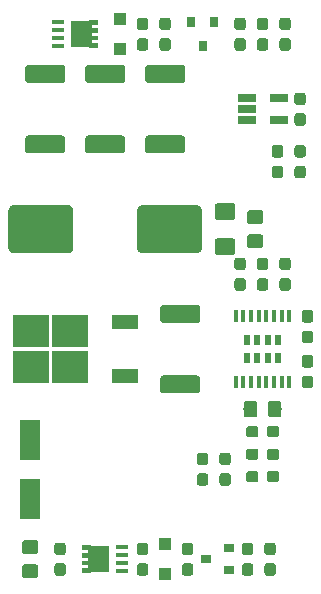
<source format=gbr>
G04 #@! TF.GenerationSoftware,KiCad,Pcbnew,(5.1.2)-2*
G04 #@! TF.CreationDate,2019-08-30T17:03:03-04:00*
G04 #@! TF.ProjectId,Charger SubBoard 0-2,43686172-6765-4722-9053-7562426f6172,rev?*
G04 #@! TF.SameCoordinates,Original*
G04 #@! TF.FileFunction,Paste,Top*
G04 #@! TF.FilePolarity,Positive*
%FSLAX46Y46*%
G04 Gerber Fmt 4.6, Leading zero omitted, Abs format (unit mm)*
G04 Created by KiCad (PCBNEW (5.1.2)-2) date 2019-08-30 17:03:03*
%MOMM*%
%LPD*%
G04 APERTURE LIST*
%ADD10C,0.100000*%
%ADD11C,0.950000*%
%ADD12C,4.100000*%
%ADD13R,0.537000X0.882000*%
%ADD14R,0.450000X1.050000*%
%ADD15R,1.560000X0.650000*%
%ADD16C,1.525000*%
%ADD17C,1.725000*%
%ADD18R,0.990000X0.405000*%
%ADD19R,0.900000X0.800000*%
%ADD20R,3.050000X2.750000*%
%ADD21R,2.200000X1.200000*%
%ADD22R,0.800000X0.900000*%
%ADD23R,1.000000X1.000000*%
%ADD24R,1.800000X3.500000*%
%ADD25C,1.150000*%
%ADD26C,1.425000*%
G04 APERTURE END LIST*
D10*
G04 #@! TO.C,R21*
G36*
X164090779Y-69086144D02*
G01*
X164113834Y-69089563D01*
X164136443Y-69095227D01*
X164158387Y-69103079D01*
X164179457Y-69113044D01*
X164199448Y-69125026D01*
X164218168Y-69138910D01*
X164235438Y-69154562D01*
X164251090Y-69171832D01*
X164264974Y-69190552D01*
X164276956Y-69210543D01*
X164286921Y-69231613D01*
X164294773Y-69253557D01*
X164300437Y-69276166D01*
X164303856Y-69299221D01*
X164305000Y-69322500D01*
X164305000Y-69897500D01*
X164303856Y-69920779D01*
X164300437Y-69943834D01*
X164294773Y-69966443D01*
X164286921Y-69988387D01*
X164276956Y-70009457D01*
X164264974Y-70029448D01*
X164251090Y-70048168D01*
X164235438Y-70065438D01*
X164218168Y-70081090D01*
X164199448Y-70094974D01*
X164179457Y-70106956D01*
X164158387Y-70116921D01*
X164136443Y-70124773D01*
X164113834Y-70130437D01*
X164090779Y-70133856D01*
X164067500Y-70135000D01*
X163592500Y-70135000D01*
X163569221Y-70133856D01*
X163546166Y-70130437D01*
X163523557Y-70124773D01*
X163501613Y-70116921D01*
X163480543Y-70106956D01*
X163460552Y-70094974D01*
X163441832Y-70081090D01*
X163424562Y-70065438D01*
X163408910Y-70048168D01*
X163395026Y-70029448D01*
X163383044Y-70009457D01*
X163373079Y-69988387D01*
X163365227Y-69966443D01*
X163359563Y-69943834D01*
X163356144Y-69920779D01*
X163355000Y-69897500D01*
X163355000Y-69322500D01*
X163356144Y-69299221D01*
X163359563Y-69276166D01*
X163365227Y-69253557D01*
X163373079Y-69231613D01*
X163383044Y-69210543D01*
X163395026Y-69190552D01*
X163408910Y-69171832D01*
X163424562Y-69154562D01*
X163441832Y-69138910D01*
X163460552Y-69125026D01*
X163480543Y-69113044D01*
X163501613Y-69103079D01*
X163523557Y-69095227D01*
X163546166Y-69089563D01*
X163569221Y-69086144D01*
X163592500Y-69085000D01*
X164067500Y-69085000D01*
X164090779Y-69086144D01*
X164090779Y-69086144D01*
G37*
D11*
X163830000Y-69610000D03*
D10*
G36*
X164090779Y-70836144D02*
G01*
X164113834Y-70839563D01*
X164136443Y-70845227D01*
X164158387Y-70853079D01*
X164179457Y-70863044D01*
X164199448Y-70875026D01*
X164218168Y-70888910D01*
X164235438Y-70904562D01*
X164251090Y-70921832D01*
X164264974Y-70940552D01*
X164276956Y-70960543D01*
X164286921Y-70981613D01*
X164294773Y-71003557D01*
X164300437Y-71026166D01*
X164303856Y-71049221D01*
X164305000Y-71072500D01*
X164305000Y-71647500D01*
X164303856Y-71670779D01*
X164300437Y-71693834D01*
X164294773Y-71716443D01*
X164286921Y-71738387D01*
X164276956Y-71759457D01*
X164264974Y-71779448D01*
X164251090Y-71798168D01*
X164235438Y-71815438D01*
X164218168Y-71831090D01*
X164199448Y-71844974D01*
X164179457Y-71856956D01*
X164158387Y-71866921D01*
X164136443Y-71874773D01*
X164113834Y-71880437D01*
X164090779Y-71883856D01*
X164067500Y-71885000D01*
X163592500Y-71885000D01*
X163569221Y-71883856D01*
X163546166Y-71880437D01*
X163523557Y-71874773D01*
X163501613Y-71866921D01*
X163480543Y-71856956D01*
X163460552Y-71844974D01*
X163441832Y-71831090D01*
X163424562Y-71815438D01*
X163408910Y-71798168D01*
X163395026Y-71779448D01*
X163383044Y-71759457D01*
X163373079Y-71738387D01*
X163365227Y-71716443D01*
X163359563Y-71693834D01*
X163356144Y-71670779D01*
X163355000Y-71647500D01*
X163355000Y-71072500D01*
X163356144Y-71049221D01*
X163359563Y-71026166D01*
X163365227Y-71003557D01*
X163373079Y-70981613D01*
X163383044Y-70960543D01*
X163395026Y-70940552D01*
X163408910Y-70921832D01*
X163424562Y-70904562D01*
X163441832Y-70888910D01*
X163460552Y-70875026D01*
X163480543Y-70863044D01*
X163501613Y-70853079D01*
X163523557Y-70845227D01*
X163546166Y-70839563D01*
X163569221Y-70836144D01*
X163592500Y-70835000D01*
X164067500Y-70835000D01*
X164090779Y-70836144D01*
X164090779Y-70836144D01*
G37*
D11*
X163830000Y-71360000D03*
G04 #@! TD*
D10*
G04 #@! TO.C,C11*
G36*
X162185779Y-69086144D02*
G01*
X162208834Y-69089563D01*
X162231443Y-69095227D01*
X162253387Y-69103079D01*
X162274457Y-69113044D01*
X162294448Y-69125026D01*
X162313168Y-69138910D01*
X162330438Y-69154562D01*
X162346090Y-69171832D01*
X162359974Y-69190552D01*
X162371956Y-69210543D01*
X162381921Y-69231613D01*
X162389773Y-69253557D01*
X162395437Y-69276166D01*
X162398856Y-69299221D01*
X162400000Y-69322500D01*
X162400000Y-69897500D01*
X162398856Y-69920779D01*
X162395437Y-69943834D01*
X162389773Y-69966443D01*
X162381921Y-69988387D01*
X162371956Y-70009457D01*
X162359974Y-70029448D01*
X162346090Y-70048168D01*
X162330438Y-70065438D01*
X162313168Y-70081090D01*
X162294448Y-70094974D01*
X162274457Y-70106956D01*
X162253387Y-70116921D01*
X162231443Y-70124773D01*
X162208834Y-70130437D01*
X162185779Y-70133856D01*
X162162500Y-70135000D01*
X161687500Y-70135000D01*
X161664221Y-70133856D01*
X161641166Y-70130437D01*
X161618557Y-70124773D01*
X161596613Y-70116921D01*
X161575543Y-70106956D01*
X161555552Y-70094974D01*
X161536832Y-70081090D01*
X161519562Y-70065438D01*
X161503910Y-70048168D01*
X161490026Y-70029448D01*
X161478044Y-70009457D01*
X161468079Y-69988387D01*
X161460227Y-69966443D01*
X161454563Y-69943834D01*
X161451144Y-69920779D01*
X161450000Y-69897500D01*
X161450000Y-69322500D01*
X161451144Y-69299221D01*
X161454563Y-69276166D01*
X161460227Y-69253557D01*
X161468079Y-69231613D01*
X161478044Y-69210543D01*
X161490026Y-69190552D01*
X161503910Y-69171832D01*
X161519562Y-69154562D01*
X161536832Y-69138910D01*
X161555552Y-69125026D01*
X161575543Y-69113044D01*
X161596613Y-69103079D01*
X161618557Y-69095227D01*
X161641166Y-69089563D01*
X161664221Y-69086144D01*
X161687500Y-69085000D01*
X162162500Y-69085000D01*
X162185779Y-69086144D01*
X162185779Y-69086144D01*
G37*
D11*
X161925000Y-69610000D03*
D10*
G36*
X162185779Y-70836144D02*
G01*
X162208834Y-70839563D01*
X162231443Y-70845227D01*
X162253387Y-70853079D01*
X162274457Y-70863044D01*
X162294448Y-70875026D01*
X162313168Y-70888910D01*
X162330438Y-70904562D01*
X162346090Y-70921832D01*
X162359974Y-70940552D01*
X162371956Y-70960543D01*
X162381921Y-70981613D01*
X162389773Y-71003557D01*
X162395437Y-71026166D01*
X162398856Y-71049221D01*
X162400000Y-71072500D01*
X162400000Y-71647500D01*
X162398856Y-71670779D01*
X162395437Y-71693834D01*
X162389773Y-71716443D01*
X162381921Y-71738387D01*
X162371956Y-71759457D01*
X162359974Y-71779448D01*
X162346090Y-71798168D01*
X162330438Y-71815438D01*
X162313168Y-71831090D01*
X162294448Y-71844974D01*
X162274457Y-71856956D01*
X162253387Y-71866921D01*
X162231443Y-71874773D01*
X162208834Y-71880437D01*
X162185779Y-71883856D01*
X162162500Y-71885000D01*
X161687500Y-71885000D01*
X161664221Y-71883856D01*
X161641166Y-71880437D01*
X161618557Y-71874773D01*
X161596613Y-71866921D01*
X161575543Y-71856956D01*
X161555552Y-71844974D01*
X161536832Y-71831090D01*
X161519562Y-71815438D01*
X161503910Y-71798168D01*
X161490026Y-71779448D01*
X161478044Y-71759457D01*
X161468079Y-71738387D01*
X161460227Y-71716443D01*
X161454563Y-71693834D01*
X161451144Y-71670779D01*
X161450000Y-71647500D01*
X161450000Y-71072500D01*
X161451144Y-71049221D01*
X161454563Y-71026166D01*
X161460227Y-71003557D01*
X161468079Y-70981613D01*
X161478044Y-70960543D01*
X161490026Y-70940552D01*
X161503910Y-70921832D01*
X161519562Y-70904562D01*
X161536832Y-70888910D01*
X161555552Y-70875026D01*
X161575543Y-70863044D01*
X161596613Y-70853079D01*
X161618557Y-70845227D01*
X161641166Y-70839563D01*
X161664221Y-70836144D01*
X161687500Y-70835000D01*
X162162500Y-70835000D01*
X162185779Y-70836144D01*
X162185779Y-70836144D01*
G37*
D11*
X161925000Y-71360000D03*
G04 #@! TD*
D10*
G04 #@! TO.C,L1*
G36*
X144168828Y-74152409D02*
G01*
X144217384Y-74159611D01*
X144265000Y-74171538D01*
X144311218Y-74188075D01*
X144355593Y-74209063D01*
X144397696Y-74234299D01*
X144437124Y-74263540D01*
X144473495Y-74296505D01*
X144506460Y-74332876D01*
X144535701Y-74372304D01*
X144560937Y-74414407D01*
X144581925Y-74458782D01*
X144598462Y-74505000D01*
X144610389Y-74552616D01*
X144617591Y-74601172D01*
X144620000Y-74650200D01*
X144620000Y-77749800D01*
X144617591Y-77798828D01*
X144610389Y-77847384D01*
X144598462Y-77895000D01*
X144581925Y-77941218D01*
X144560937Y-77985593D01*
X144535701Y-78027696D01*
X144506460Y-78067124D01*
X144473495Y-78103495D01*
X144437124Y-78136460D01*
X144397696Y-78165701D01*
X144355593Y-78190937D01*
X144311218Y-78211925D01*
X144265000Y-78228462D01*
X144217384Y-78240389D01*
X144168828Y-78247591D01*
X144119800Y-78250000D01*
X139620200Y-78250000D01*
X139571172Y-78247591D01*
X139522616Y-78240389D01*
X139475000Y-78228462D01*
X139428782Y-78211925D01*
X139384407Y-78190937D01*
X139342304Y-78165701D01*
X139302876Y-78136460D01*
X139266505Y-78103495D01*
X139233540Y-78067124D01*
X139204299Y-78027696D01*
X139179063Y-77985593D01*
X139158075Y-77941218D01*
X139141538Y-77895000D01*
X139129611Y-77847384D01*
X139122409Y-77798828D01*
X139120000Y-77749800D01*
X139120000Y-74650200D01*
X139122409Y-74601172D01*
X139129611Y-74552616D01*
X139141538Y-74505000D01*
X139158075Y-74458782D01*
X139179063Y-74414407D01*
X139204299Y-74372304D01*
X139233540Y-74332876D01*
X139266505Y-74296505D01*
X139302876Y-74263540D01*
X139342304Y-74234299D01*
X139384407Y-74209063D01*
X139428782Y-74188075D01*
X139475000Y-74171538D01*
X139522616Y-74159611D01*
X139571172Y-74152409D01*
X139620200Y-74150000D01*
X144119800Y-74150000D01*
X144168828Y-74152409D01*
X144168828Y-74152409D01*
G37*
D12*
X141870000Y-76200000D03*
D10*
G36*
X155068828Y-74152409D02*
G01*
X155117384Y-74159611D01*
X155165000Y-74171538D01*
X155211218Y-74188075D01*
X155255593Y-74209063D01*
X155297696Y-74234299D01*
X155337124Y-74263540D01*
X155373495Y-74296505D01*
X155406460Y-74332876D01*
X155435701Y-74372304D01*
X155460937Y-74414407D01*
X155481925Y-74458782D01*
X155498462Y-74505000D01*
X155510389Y-74552616D01*
X155517591Y-74601172D01*
X155520000Y-74650200D01*
X155520000Y-77749800D01*
X155517591Y-77798828D01*
X155510389Y-77847384D01*
X155498462Y-77895000D01*
X155481925Y-77941218D01*
X155460937Y-77985593D01*
X155435701Y-78027696D01*
X155406460Y-78067124D01*
X155373495Y-78103495D01*
X155337124Y-78136460D01*
X155297696Y-78165701D01*
X155255593Y-78190937D01*
X155211218Y-78211925D01*
X155165000Y-78228462D01*
X155117384Y-78240389D01*
X155068828Y-78247591D01*
X155019800Y-78250000D01*
X150520200Y-78250000D01*
X150471172Y-78247591D01*
X150422616Y-78240389D01*
X150375000Y-78228462D01*
X150328782Y-78211925D01*
X150284407Y-78190937D01*
X150242304Y-78165701D01*
X150202876Y-78136460D01*
X150166505Y-78103495D01*
X150133540Y-78067124D01*
X150104299Y-78027696D01*
X150079063Y-77985593D01*
X150058075Y-77941218D01*
X150041538Y-77895000D01*
X150029611Y-77847384D01*
X150022409Y-77798828D01*
X150020000Y-77749800D01*
X150020000Y-74650200D01*
X150022409Y-74601172D01*
X150029611Y-74552616D01*
X150041538Y-74505000D01*
X150058075Y-74458782D01*
X150079063Y-74414407D01*
X150104299Y-74372304D01*
X150133540Y-74332876D01*
X150166505Y-74296505D01*
X150202876Y-74263540D01*
X150242304Y-74234299D01*
X150284407Y-74209063D01*
X150328782Y-74188075D01*
X150375000Y-74171538D01*
X150422616Y-74159611D01*
X150471172Y-74152409D01*
X150520200Y-74150000D01*
X155019800Y-74150000D01*
X155068828Y-74152409D01*
X155068828Y-74152409D01*
G37*
D12*
X152770000Y-76200000D03*
G04 #@! TD*
D13*
G04 #@! TO.C,U2*
X161997500Y-85625000D03*
X161102500Y-85625000D03*
X160207500Y-85625000D03*
X159312500Y-85625000D03*
X161997500Y-87095000D03*
X161102500Y-87095000D03*
X160207500Y-87095000D03*
X159312500Y-87095000D03*
D14*
X162930000Y-89135000D03*
X162280000Y-89135000D03*
X161630000Y-89135000D03*
X160980000Y-89135000D03*
X160330000Y-89135000D03*
X159680000Y-89135000D03*
X159030000Y-89135000D03*
X158380000Y-89135000D03*
X158380000Y-83585000D03*
X159030000Y-83585000D03*
X159680000Y-83585000D03*
X160330000Y-83585000D03*
X160980000Y-83585000D03*
X161630000Y-83585000D03*
X162280000Y-83585000D03*
X162930000Y-83585000D03*
G04 #@! TD*
D15*
G04 #@! TO.C,U1*
X162005000Y-65090000D03*
X162005000Y-66990000D03*
X159305000Y-66990000D03*
X159305000Y-66040000D03*
X159305000Y-65090000D03*
G04 #@! TD*
D10*
G04 #@! TO.C,R20*
G36*
X160090779Y-94776144D02*
G01*
X160113834Y-94779563D01*
X160136443Y-94785227D01*
X160158387Y-94793079D01*
X160179457Y-94803044D01*
X160199448Y-94815026D01*
X160218168Y-94828910D01*
X160235438Y-94844562D01*
X160251090Y-94861832D01*
X160264974Y-94880552D01*
X160276956Y-94900543D01*
X160286921Y-94921613D01*
X160294773Y-94943557D01*
X160300437Y-94966166D01*
X160303856Y-94989221D01*
X160305000Y-95012500D01*
X160305000Y-95487500D01*
X160303856Y-95510779D01*
X160300437Y-95533834D01*
X160294773Y-95556443D01*
X160286921Y-95578387D01*
X160276956Y-95599457D01*
X160264974Y-95619448D01*
X160251090Y-95638168D01*
X160235438Y-95655438D01*
X160218168Y-95671090D01*
X160199448Y-95684974D01*
X160179457Y-95696956D01*
X160158387Y-95706921D01*
X160136443Y-95714773D01*
X160113834Y-95720437D01*
X160090779Y-95723856D01*
X160067500Y-95725000D01*
X159492500Y-95725000D01*
X159469221Y-95723856D01*
X159446166Y-95720437D01*
X159423557Y-95714773D01*
X159401613Y-95706921D01*
X159380543Y-95696956D01*
X159360552Y-95684974D01*
X159341832Y-95671090D01*
X159324562Y-95655438D01*
X159308910Y-95638168D01*
X159295026Y-95619448D01*
X159283044Y-95599457D01*
X159273079Y-95578387D01*
X159265227Y-95556443D01*
X159259563Y-95533834D01*
X159256144Y-95510779D01*
X159255000Y-95487500D01*
X159255000Y-95012500D01*
X159256144Y-94989221D01*
X159259563Y-94966166D01*
X159265227Y-94943557D01*
X159273079Y-94921613D01*
X159283044Y-94900543D01*
X159295026Y-94880552D01*
X159308910Y-94861832D01*
X159324562Y-94844562D01*
X159341832Y-94828910D01*
X159360552Y-94815026D01*
X159380543Y-94803044D01*
X159401613Y-94793079D01*
X159423557Y-94785227D01*
X159446166Y-94779563D01*
X159469221Y-94776144D01*
X159492500Y-94775000D01*
X160067500Y-94775000D01*
X160090779Y-94776144D01*
X160090779Y-94776144D01*
G37*
D11*
X159780000Y-95250000D03*
D10*
G36*
X161840779Y-94776144D02*
G01*
X161863834Y-94779563D01*
X161886443Y-94785227D01*
X161908387Y-94793079D01*
X161929457Y-94803044D01*
X161949448Y-94815026D01*
X161968168Y-94828910D01*
X161985438Y-94844562D01*
X162001090Y-94861832D01*
X162014974Y-94880552D01*
X162026956Y-94900543D01*
X162036921Y-94921613D01*
X162044773Y-94943557D01*
X162050437Y-94966166D01*
X162053856Y-94989221D01*
X162055000Y-95012500D01*
X162055000Y-95487500D01*
X162053856Y-95510779D01*
X162050437Y-95533834D01*
X162044773Y-95556443D01*
X162036921Y-95578387D01*
X162026956Y-95599457D01*
X162014974Y-95619448D01*
X162001090Y-95638168D01*
X161985438Y-95655438D01*
X161968168Y-95671090D01*
X161949448Y-95684974D01*
X161929457Y-95696956D01*
X161908387Y-95706921D01*
X161886443Y-95714773D01*
X161863834Y-95720437D01*
X161840779Y-95723856D01*
X161817500Y-95725000D01*
X161242500Y-95725000D01*
X161219221Y-95723856D01*
X161196166Y-95720437D01*
X161173557Y-95714773D01*
X161151613Y-95706921D01*
X161130543Y-95696956D01*
X161110552Y-95684974D01*
X161091832Y-95671090D01*
X161074562Y-95655438D01*
X161058910Y-95638168D01*
X161045026Y-95619448D01*
X161033044Y-95599457D01*
X161023079Y-95578387D01*
X161015227Y-95556443D01*
X161009563Y-95533834D01*
X161006144Y-95510779D01*
X161005000Y-95487500D01*
X161005000Y-95012500D01*
X161006144Y-94989221D01*
X161009563Y-94966166D01*
X161015227Y-94943557D01*
X161023079Y-94921613D01*
X161033044Y-94900543D01*
X161045026Y-94880552D01*
X161058910Y-94861832D01*
X161074562Y-94844562D01*
X161091832Y-94828910D01*
X161110552Y-94815026D01*
X161130543Y-94803044D01*
X161151613Y-94793079D01*
X161173557Y-94785227D01*
X161196166Y-94779563D01*
X161219221Y-94776144D01*
X161242500Y-94775000D01*
X161817500Y-94775000D01*
X161840779Y-94776144D01*
X161840779Y-94776144D01*
G37*
D11*
X161530000Y-95250000D03*
G04 #@! TD*
D10*
G04 #@! TO.C,R19*
G36*
X150755779Y-102741144D02*
G01*
X150778834Y-102744563D01*
X150801443Y-102750227D01*
X150823387Y-102758079D01*
X150844457Y-102768044D01*
X150864448Y-102780026D01*
X150883168Y-102793910D01*
X150900438Y-102809562D01*
X150916090Y-102826832D01*
X150929974Y-102845552D01*
X150941956Y-102865543D01*
X150951921Y-102886613D01*
X150959773Y-102908557D01*
X150965437Y-102931166D01*
X150968856Y-102954221D01*
X150970000Y-102977500D01*
X150970000Y-103552500D01*
X150968856Y-103575779D01*
X150965437Y-103598834D01*
X150959773Y-103621443D01*
X150951921Y-103643387D01*
X150941956Y-103664457D01*
X150929974Y-103684448D01*
X150916090Y-103703168D01*
X150900438Y-103720438D01*
X150883168Y-103736090D01*
X150864448Y-103749974D01*
X150844457Y-103761956D01*
X150823387Y-103771921D01*
X150801443Y-103779773D01*
X150778834Y-103785437D01*
X150755779Y-103788856D01*
X150732500Y-103790000D01*
X150257500Y-103790000D01*
X150234221Y-103788856D01*
X150211166Y-103785437D01*
X150188557Y-103779773D01*
X150166613Y-103771921D01*
X150145543Y-103761956D01*
X150125552Y-103749974D01*
X150106832Y-103736090D01*
X150089562Y-103720438D01*
X150073910Y-103703168D01*
X150060026Y-103684448D01*
X150048044Y-103664457D01*
X150038079Y-103643387D01*
X150030227Y-103621443D01*
X150024563Y-103598834D01*
X150021144Y-103575779D01*
X150020000Y-103552500D01*
X150020000Y-102977500D01*
X150021144Y-102954221D01*
X150024563Y-102931166D01*
X150030227Y-102908557D01*
X150038079Y-102886613D01*
X150048044Y-102865543D01*
X150060026Y-102845552D01*
X150073910Y-102826832D01*
X150089562Y-102809562D01*
X150106832Y-102793910D01*
X150125552Y-102780026D01*
X150145543Y-102768044D01*
X150166613Y-102758079D01*
X150188557Y-102750227D01*
X150211166Y-102744563D01*
X150234221Y-102741144D01*
X150257500Y-102740000D01*
X150732500Y-102740000D01*
X150755779Y-102741144D01*
X150755779Y-102741144D01*
G37*
D11*
X150495000Y-103265000D03*
D10*
G36*
X150755779Y-104491144D02*
G01*
X150778834Y-104494563D01*
X150801443Y-104500227D01*
X150823387Y-104508079D01*
X150844457Y-104518044D01*
X150864448Y-104530026D01*
X150883168Y-104543910D01*
X150900438Y-104559562D01*
X150916090Y-104576832D01*
X150929974Y-104595552D01*
X150941956Y-104615543D01*
X150951921Y-104636613D01*
X150959773Y-104658557D01*
X150965437Y-104681166D01*
X150968856Y-104704221D01*
X150970000Y-104727500D01*
X150970000Y-105302500D01*
X150968856Y-105325779D01*
X150965437Y-105348834D01*
X150959773Y-105371443D01*
X150951921Y-105393387D01*
X150941956Y-105414457D01*
X150929974Y-105434448D01*
X150916090Y-105453168D01*
X150900438Y-105470438D01*
X150883168Y-105486090D01*
X150864448Y-105499974D01*
X150844457Y-105511956D01*
X150823387Y-105521921D01*
X150801443Y-105529773D01*
X150778834Y-105535437D01*
X150755779Y-105538856D01*
X150732500Y-105540000D01*
X150257500Y-105540000D01*
X150234221Y-105538856D01*
X150211166Y-105535437D01*
X150188557Y-105529773D01*
X150166613Y-105521921D01*
X150145543Y-105511956D01*
X150125552Y-105499974D01*
X150106832Y-105486090D01*
X150089562Y-105470438D01*
X150073910Y-105453168D01*
X150060026Y-105434448D01*
X150048044Y-105414457D01*
X150038079Y-105393387D01*
X150030227Y-105371443D01*
X150024563Y-105348834D01*
X150021144Y-105325779D01*
X150020000Y-105302500D01*
X150020000Y-104727500D01*
X150021144Y-104704221D01*
X150024563Y-104681166D01*
X150030227Y-104658557D01*
X150038079Y-104636613D01*
X150048044Y-104615543D01*
X150060026Y-104595552D01*
X150073910Y-104576832D01*
X150089562Y-104559562D01*
X150106832Y-104543910D01*
X150125552Y-104530026D01*
X150145543Y-104518044D01*
X150166613Y-104508079D01*
X150188557Y-104500227D01*
X150211166Y-104494563D01*
X150234221Y-104491144D01*
X150257500Y-104490000D01*
X150732500Y-104490000D01*
X150755779Y-104491144D01*
X150755779Y-104491144D01*
G37*
D11*
X150495000Y-105015000D03*
G04 #@! TD*
D10*
G04 #@! TO.C,R18*
G36*
X154565779Y-104491144D02*
G01*
X154588834Y-104494563D01*
X154611443Y-104500227D01*
X154633387Y-104508079D01*
X154654457Y-104518044D01*
X154674448Y-104530026D01*
X154693168Y-104543910D01*
X154710438Y-104559562D01*
X154726090Y-104576832D01*
X154739974Y-104595552D01*
X154751956Y-104615543D01*
X154761921Y-104636613D01*
X154769773Y-104658557D01*
X154775437Y-104681166D01*
X154778856Y-104704221D01*
X154780000Y-104727500D01*
X154780000Y-105302500D01*
X154778856Y-105325779D01*
X154775437Y-105348834D01*
X154769773Y-105371443D01*
X154761921Y-105393387D01*
X154751956Y-105414457D01*
X154739974Y-105434448D01*
X154726090Y-105453168D01*
X154710438Y-105470438D01*
X154693168Y-105486090D01*
X154674448Y-105499974D01*
X154654457Y-105511956D01*
X154633387Y-105521921D01*
X154611443Y-105529773D01*
X154588834Y-105535437D01*
X154565779Y-105538856D01*
X154542500Y-105540000D01*
X154067500Y-105540000D01*
X154044221Y-105538856D01*
X154021166Y-105535437D01*
X153998557Y-105529773D01*
X153976613Y-105521921D01*
X153955543Y-105511956D01*
X153935552Y-105499974D01*
X153916832Y-105486090D01*
X153899562Y-105470438D01*
X153883910Y-105453168D01*
X153870026Y-105434448D01*
X153858044Y-105414457D01*
X153848079Y-105393387D01*
X153840227Y-105371443D01*
X153834563Y-105348834D01*
X153831144Y-105325779D01*
X153830000Y-105302500D01*
X153830000Y-104727500D01*
X153831144Y-104704221D01*
X153834563Y-104681166D01*
X153840227Y-104658557D01*
X153848079Y-104636613D01*
X153858044Y-104615543D01*
X153870026Y-104595552D01*
X153883910Y-104576832D01*
X153899562Y-104559562D01*
X153916832Y-104543910D01*
X153935552Y-104530026D01*
X153955543Y-104518044D01*
X153976613Y-104508079D01*
X153998557Y-104500227D01*
X154021166Y-104494563D01*
X154044221Y-104491144D01*
X154067500Y-104490000D01*
X154542500Y-104490000D01*
X154565779Y-104491144D01*
X154565779Y-104491144D01*
G37*
D11*
X154305000Y-105015000D03*
D10*
G36*
X154565779Y-102741144D02*
G01*
X154588834Y-102744563D01*
X154611443Y-102750227D01*
X154633387Y-102758079D01*
X154654457Y-102768044D01*
X154674448Y-102780026D01*
X154693168Y-102793910D01*
X154710438Y-102809562D01*
X154726090Y-102826832D01*
X154739974Y-102845552D01*
X154751956Y-102865543D01*
X154761921Y-102886613D01*
X154769773Y-102908557D01*
X154775437Y-102931166D01*
X154778856Y-102954221D01*
X154780000Y-102977500D01*
X154780000Y-103552500D01*
X154778856Y-103575779D01*
X154775437Y-103598834D01*
X154769773Y-103621443D01*
X154761921Y-103643387D01*
X154751956Y-103664457D01*
X154739974Y-103684448D01*
X154726090Y-103703168D01*
X154710438Y-103720438D01*
X154693168Y-103736090D01*
X154674448Y-103749974D01*
X154654457Y-103761956D01*
X154633387Y-103771921D01*
X154611443Y-103779773D01*
X154588834Y-103785437D01*
X154565779Y-103788856D01*
X154542500Y-103790000D01*
X154067500Y-103790000D01*
X154044221Y-103788856D01*
X154021166Y-103785437D01*
X153998557Y-103779773D01*
X153976613Y-103771921D01*
X153955543Y-103761956D01*
X153935552Y-103749974D01*
X153916832Y-103736090D01*
X153899562Y-103720438D01*
X153883910Y-103703168D01*
X153870026Y-103684448D01*
X153858044Y-103664457D01*
X153848079Y-103643387D01*
X153840227Y-103621443D01*
X153834563Y-103598834D01*
X153831144Y-103575779D01*
X153830000Y-103552500D01*
X153830000Y-102977500D01*
X153831144Y-102954221D01*
X153834563Y-102931166D01*
X153840227Y-102908557D01*
X153848079Y-102886613D01*
X153858044Y-102865543D01*
X153870026Y-102845552D01*
X153883910Y-102826832D01*
X153899562Y-102809562D01*
X153916832Y-102793910D01*
X153935552Y-102780026D01*
X153955543Y-102768044D01*
X153976613Y-102758079D01*
X153998557Y-102750227D01*
X154021166Y-102744563D01*
X154044221Y-102741144D01*
X154067500Y-102740000D01*
X154542500Y-102740000D01*
X154565779Y-102741144D01*
X154565779Y-102741144D01*
G37*
D11*
X154305000Y-103265000D03*
G04 #@! TD*
D10*
G04 #@! TO.C,R17*
G36*
X159645779Y-104491144D02*
G01*
X159668834Y-104494563D01*
X159691443Y-104500227D01*
X159713387Y-104508079D01*
X159734457Y-104518044D01*
X159754448Y-104530026D01*
X159773168Y-104543910D01*
X159790438Y-104559562D01*
X159806090Y-104576832D01*
X159819974Y-104595552D01*
X159831956Y-104615543D01*
X159841921Y-104636613D01*
X159849773Y-104658557D01*
X159855437Y-104681166D01*
X159858856Y-104704221D01*
X159860000Y-104727500D01*
X159860000Y-105302500D01*
X159858856Y-105325779D01*
X159855437Y-105348834D01*
X159849773Y-105371443D01*
X159841921Y-105393387D01*
X159831956Y-105414457D01*
X159819974Y-105434448D01*
X159806090Y-105453168D01*
X159790438Y-105470438D01*
X159773168Y-105486090D01*
X159754448Y-105499974D01*
X159734457Y-105511956D01*
X159713387Y-105521921D01*
X159691443Y-105529773D01*
X159668834Y-105535437D01*
X159645779Y-105538856D01*
X159622500Y-105540000D01*
X159147500Y-105540000D01*
X159124221Y-105538856D01*
X159101166Y-105535437D01*
X159078557Y-105529773D01*
X159056613Y-105521921D01*
X159035543Y-105511956D01*
X159015552Y-105499974D01*
X158996832Y-105486090D01*
X158979562Y-105470438D01*
X158963910Y-105453168D01*
X158950026Y-105434448D01*
X158938044Y-105414457D01*
X158928079Y-105393387D01*
X158920227Y-105371443D01*
X158914563Y-105348834D01*
X158911144Y-105325779D01*
X158910000Y-105302500D01*
X158910000Y-104727500D01*
X158911144Y-104704221D01*
X158914563Y-104681166D01*
X158920227Y-104658557D01*
X158928079Y-104636613D01*
X158938044Y-104615543D01*
X158950026Y-104595552D01*
X158963910Y-104576832D01*
X158979562Y-104559562D01*
X158996832Y-104543910D01*
X159015552Y-104530026D01*
X159035543Y-104518044D01*
X159056613Y-104508079D01*
X159078557Y-104500227D01*
X159101166Y-104494563D01*
X159124221Y-104491144D01*
X159147500Y-104490000D01*
X159622500Y-104490000D01*
X159645779Y-104491144D01*
X159645779Y-104491144D01*
G37*
D11*
X159385000Y-105015000D03*
D10*
G36*
X159645779Y-102741144D02*
G01*
X159668834Y-102744563D01*
X159691443Y-102750227D01*
X159713387Y-102758079D01*
X159734457Y-102768044D01*
X159754448Y-102780026D01*
X159773168Y-102793910D01*
X159790438Y-102809562D01*
X159806090Y-102826832D01*
X159819974Y-102845552D01*
X159831956Y-102865543D01*
X159841921Y-102886613D01*
X159849773Y-102908557D01*
X159855437Y-102931166D01*
X159858856Y-102954221D01*
X159860000Y-102977500D01*
X159860000Y-103552500D01*
X159858856Y-103575779D01*
X159855437Y-103598834D01*
X159849773Y-103621443D01*
X159841921Y-103643387D01*
X159831956Y-103664457D01*
X159819974Y-103684448D01*
X159806090Y-103703168D01*
X159790438Y-103720438D01*
X159773168Y-103736090D01*
X159754448Y-103749974D01*
X159734457Y-103761956D01*
X159713387Y-103771921D01*
X159691443Y-103779773D01*
X159668834Y-103785437D01*
X159645779Y-103788856D01*
X159622500Y-103790000D01*
X159147500Y-103790000D01*
X159124221Y-103788856D01*
X159101166Y-103785437D01*
X159078557Y-103779773D01*
X159056613Y-103771921D01*
X159035543Y-103761956D01*
X159015552Y-103749974D01*
X158996832Y-103736090D01*
X158979562Y-103720438D01*
X158963910Y-103703168D01*
X158950026Y-103684448D01*
X158938044Y-103664457D01*
X158928079Y-103643387D01*
X158920227Y-103621443D01*
X158914563Y-103598834D01*
X158911144Y-103575779D01*
X158910000Y-103552500D01*
X158910000Y-102977500D01*
X158911144Y-102954221D01*
X158914563Y-102931166D01*
X158920227Y-102908557D01*
X158928079Y-102886613D01*
X158938044Y-102865543D01*
X158950026Y-102845552D01*
X158963910Y-102826832D01*
X158979562Y-102809562D01*
X158996832Y-102793910D01*
X159015552Y-102780026D01*
X159035543Y-102768044D01*
X159056613Y-102758079D01*
X159078557Y-102750227D01*
X159101166Y-102744563D01*
X159124221Y-102741144D01*
X159147500Y-102740000D01*
X159622500Y-102740000D01*
X159645779Y-102741144D01*
X159645779Y-102741144D01*
G37*
D11*
X159385000Y-103265000D03*
G04 #@! TD*
D10*
G04 #@! TO.C,R16*
G36*
X161550779Y-102741144D02*
G01*
X161573834Y-102744563D01*
X161596443Y-102750227D01*
X161618387Y-102758079D01*
X161639457Y-102768044D01*
X161659448Y-102780026D01*
X161678168Y-102793910D01*
X161695438Y-102809562D01*
X161711090Y-102826832D01*
X161724974Y-102845552D01*
X161736956Y-102865543D01*
X161746921Y-102886613D01*
X161754773Y-102908557D01*
X161760437Y-102931166D01*
X161763856Y-102954221D01*
X161765000Y-102977500D01*
X161765000Y-103552500D01*
X161763856Y-103575779D01*
X161760437Y-103598834D01*
X161754773Y-103621443D01*
X161746921Y-103643387D01*
X161736956Y-103664457D01*
X161724974Y-103684448D01*
X161711090Y-103703168D01*
X161695438Y-103720438D01*
X161678168Y-103736090D01*
X161659448Y-103749974D01*
X161639457Y-103761956D01*
X161618387Y-103771921D01*
X161596443Y-103779773D01*
X161573834Y-103785437D01*
X161550779Y-103788856D01*
X161527500Y-103790000D01*
X161052500Y-103790000D01*
X161029221Y-103788856D01*
X161006166Y-103785437D01*
X160983557Y-103779773D01*
X160961613Y-103771921D01*
X160940543Y-103761956D01*
X160920552Y-103749974D01*
X160901832Y-103736090D01*
X160884562Y-103720438D01*
X160868910Y-103703168D01*
X160855026Y-103684448D01*
X160843044Y-103664457D01*
X160833079Y-103643387D01*
X160825227Y-103621443D01*
X160819563Y-103598834D01*
X160816144Y-103575779D01*
X160815000Y-103552500D01*
X160815000Y-102977500D01*
X160816144Y-102954221D01*
X160819563Y-102931166D01*
X160825227Y-102908557D01*
X160833079Y-102886613D01*
X160843044Y-102865543D01*
X160855026Y-102845552D01*
X160868910Y-102826832D01*
X160884562Y-102809562D01*
X160901832Y-102793910D01*
X160920552Y-102780026D01*
X160940543Y-102768044D01*
X160961613Y-102758079D01*
X160983557Y-102750227D01*
X161006166Y-102744563D01*
X161029221Y-102741144D01*
X161052500Y-102740000D01*
X161527500Y-102740000D01*
X161550779Y-102741144D01*
X161550779Y-102741144D01*
G37*
D11*
X161290000Y-103265000D03*
D10*
G36*
X161550779Y-104491144D02*
G01*
X161573834Y-104494563D01*
X161596443Y-104500227D01*
X161618387Y-104508079D01*
X161639457Y-104518044D01*
X161659448Y-104530026D01*
X161678168Y-104543910D01*
X161695438Y-104559562D01*
X161711090Y-104576832D01*
X161724974Y-104595552D01*
X161736956Y-104615543D01*
X161746921Y-104636613D01*
X161754773Y-104658557D01*
X161760437Y-104681166D01*
X161763856Y-104704221D01*
X161765000Y-104727500D01*
X161765000Y-105302500D01*
X161763856Y-105325779D01*
X161760437Y-105348834D01*
X161754773Y-105371443D01*
X161746921Y-105393387D01*
X161736956Y-105414457D01*
X161724974Y-105434448D01*
X161711090Y-105453168D01*
X161695438Y-105470438D01*
X161678168Y-105486090D01*
X161659448Y-105499974D01*
X161639457Y-105511956D01*
X161618387Y-105521921D01*
X161596443Y-105529773D01*
X161573834Y-105535437D01*
X161550779Y-105538856D01*
X161527500Y-105540000D01*
X161052500Y-105540000D01*
X161029221Y-105538856D01*
X161006166Y-105535437D01*
X160983557Y-105529773D01*
X160961613Y-105521921D01*
X160940543Y-105511956D01*
X160920552Y-105499974D01*
X160901832Y-105486090D01*
X160884562Y-105470438D01*
X160868910Y-105453168D01*
X160855026Y-105434448D01*
X160843044Y-105414457D01*
X160833079Y-105393387D01*
X160825227Y-105371443D01*
X160819563Y-105348834D01*
X160816144Y-105325779D01*
X160815000Y-105302500D01*
X160815000Y-104727500D01*
X160816144Y-104704221D01*
X160819563Y-104681166D01*
X160825227Y-104658557D01*
X160833079Y-104636613D01*
X160843044Y-104615543D01*
X160855026Y-104595552D01*
X160868910Y-104576832D01*
X160884562Y-104559562D01*
X160901832Y-104543910D01*
X160920552Y-104530026D01*
X160940543Y-104518044D01*
X160961613Y-104508079D01*
X160983557Y-104500227D01*
X161006166Y-104494563D01*
X161029221Y-104491144D01*
X161052500Y-104490000D01*
X161527500Y-104490000D01*
X161550779Y-104491144D01*
X161550779Y-104491144D01*
G37*
D11*
X161290000Y-105015000D03*
G04 #@! TD*
D10*
G04 #@! TO.C,R15*
G36*
X164725779Y-83056144D02*
G01*
X164748834Y-83059563D01*
X164771443Y-83065227D01*
X164793387Y-83073079D01*
X164814457Y-83083044D01*
X164834448Y-83095026D01*
X164853168Y-83108910D01*
X164870438Y-83124562D01*
X164886090Y-83141832D01*
X164899974Y-83160552D01*
X164911956Y-83180543D01*
X164921921Y-83201613D01*
X164929773Y-83223557D01*
X164935437Y-83246166D01*
X164938856Y-83269221D01*
X164940000Y-83292500D01*
X164940000Y-83867500D01*
X164938856Y-83890779D01*
X164935437Y-83913834D01*
X164929773Y-83936443D01*
X164921921Y-83958387D01*
X164911956Y-83979457D01*
X164899974Y-83999448D01*
X164886090Y-84018168D01*
X164870438Y-84035438D01*
X164853168Y-84051090D01*
X164834448Y-84064974D01*
X164814457Y-84076956D01*
X164793387Y-84086921D01*
X164771443Y-84094773D01*
X164748834Y-84100437D01*
X164725779Y-84103856D01*
X164702500Y-84105000D01*
X164227500Y-84105000D01*
X164204221Y-84103856D01*
X164181166Y-84100437D01*
X164158557Y-84094773D01*
X164136613Y-84086921D01*
X164115543Y-84076956D01*
X164095552Y-84064974D01*
X164076832Y-84051090D01*
X164059562Y-84035438D01*
X164043910Y-84018168D01*
X164030026Y-83999448D01*
X164018044Y-83979457D01*
X164008079Y-83958387D01*
X164000227Y-83936443D01*
X163994563Y-83913834D01*
X163991144Y-83890779D01*
X163990000Y-83867500D01*
X163990000Y-83292500D01*
X163991144Y-83269221D01*
X163994563Y-83246166D01*
X164000227Y-83223557D01*
X164008079Y-83201613D01*
X164018044Y-83180543D01*
X164030026Y-83160552D01*
X164043910Y-83141832D01*
X164059562Y-83124562D01*
X164076832Y-83108910D01*
X164095552Y-83095026D01*
X164115543Y-83083044D01*
X164136613Y-83073079D01*
X164158557Y-83065227D01*
X164181166Y-83059563D01*
X164204221Y-83056144D01*
X164227500Y-83055000D01*
X164702500Y-83055000D01*
X164725779Y-83056144D01*
X164725779Y-83056144D01*
G37*
D11*
X164465000Y-83580000D03*
D10*
G36*
X164725779Y-84806144D02*
G01*
X164748834Y-84809563D01*
X164771443Y-84815227D01*
X164793387Y-84823079D01*
X164814457Y-84833044D01*
X164834448Y-84845026D01*
X164853168Y-84858910D01*
X164870438Y-84874562D01*
X164886090Y-84891832D01*
X164899974Y-84910552D01*
X164911956Y-84930543D01*
X164921921Y-84951613D01*
X164929773Y-84973557D01*
X164935437Y-84996166D01*
X164938856Y-85019221D01*
X164940000Y-85042500D01*
X164940000Y-85617500D01*
X164938856Y-85640779D01*
X164935437Y-85663834D01*
X164929773Y-85686443D01*
X164921921Y-85708387D01*
X164911956Y-85729457D01*
X164899974Y-85749448D01*
X164886090Y-85768168D01*
X164870438Y-85785438D01*
X164853168Y-85801090D01*
X164834448Y-85814974D01*
X164814457Y-85826956D01*
X164793387Y-85836921D01*
X164771443Y-85844773D01*
X164748834Y-85850437D01*
X164725779Y-85853856D01*
X164702500Y-85855000D01*
X164227500Y-85855000D01*
X164204221Y-85853856D01*
X164181166Y-85850437D01*
X164158557Y-85844773D01*
X164136613Y-85836921D01*
X164115543Y-85826956D01*
X164095552Y-85814974D01*
X164076832Y-85801090D01*
X164059562Y-85785438D01*
X164043910Y-85768168D01*
X164030026Y-85749448D01*
X164018044Y-85729457D01*
X164008079Y-85708387D01*
X164000227Y-85686443D01*
X163994563Y-85663834D01*
X163991144Y-85640779D01*
X163990000Y-85617500D01*
X163990000Y-85042500D01*
X163991144Y-85019221D01*
X163994563Y-84996166D01*
X164000227Y-84973557D01*
X164008079Y-84951613D01*
X164018044Y-84930543D01*
X164030026Y-84910552D01*
X164043910Y-84891832D01*
X164059562Y-84874562D01*
X164076832Y-84858910D01*
X164095552Y-84845026D01*
X164115543Y-84833044D01*
X164136613Y-84823079D01*
X164158557Y-84815227D01*
X164181166Y-84809563D01*
X164204221Y-84806144D01*
X164227500Y-84805000D01*
X164702500Y-84805000D01*
X164725779Y-84806144D01*
X164725779Y-84806144D01*
G37*
D11*
X164465000Y-85330000D03*
G04 #@! TD*
D10*
G04 #@! TO.C,R14*
G36*
X157740779Y-96871144D02*
G01*
X157763834Y-96874563D01*
X157786443Y-96880227D01*
X157808387Y-96888079D01*
X157829457Y-96898044D01*
X157849448Y-96910026D01*
X157868168Y-96923910D01*
X157885438Y-96939562D01*
X157901090Y-96956832D01*
X157914974Y-96975552D01*
X157926956Y-96995543D01*
X157936921Y-97016613D01*
X157944773Y-97038557D01*
X157950437Y-97061166D01*
X157953856Y-97084221D01*
X157955000Y-97107500D01*
X157955000Y-97682500D01*
X157953856Y-97705779D01*
X157950437Y-97728834D01*
X157944773Y-97751443D01*
X157936921Y-97773387D01*
X157926956Y-97794457D01*
X157914974Y-97814448D01*
X157901090Y-97833168D01*
X157885438Y-97850438D01*
X157868168Y-97866090D01*
X157849448Y-97879974D01*
X157829457Y-97891956D01*
X157808387Y-97901921D01*
X157786443Y-97909773D01*
X157763834Y-97915437D01*
X157740779Y-97918856D01*
X157717500Y-97920000D01*
X157242500Y-97920000D01*
X157219221Y-97918856D01*
X157196166Y-97915437D01*
X157173557Y-97909773D01*
X157151613Y-97901921D01*
X157130543Y-97891956D01*
X157110552Y-97879974D01*
X157091832Y-97866090D01*
X157074562Y-97850438D01*
X157058910Y-97833168D01*
X157045026Y-97814448D01*
X157033044Y-97794457D01*
X157023079Y-97773387D01*
X157015227Y-97751443D01*
X157009563Y-97728834D01*
X157006144Y-97705779D01*
X157005000Y-97682500D01*
X157005000Y-97107500D01*
X157006144Y-97084221D01*
X157009563Y-97061166D01*
X157015227Y-97038557D01*
X157023079Y-97016613D01*
X157033044Y-96995543D01*
X157045026Y-96975552D01*
X157058910Y-96956832D01*
X157074562Y-96939562D01*
X157091832Y-96923910D01*
X157110552Y-96910026D01*
X157130543Y-96898044D01*
X157151613Y-96888079D01*
X157173557Y-96880227D01*
X157196166Y-96874563D01*
X157219221Y-96871144D01*
X157242500Y-96870000D01*
X157717500Y-96870000D01*
X157740779Y-96871144D01*
X157740779Y-96871144D01*
G37*
D11*
X157480000Y-97395000D03*
D10*
G36*
X157740779Y-95121144D02*
G01*
X157763834Y-95124563D01*
X157786443Y-95130227D01*
X157808387Y-95138079D01*
X157829457Y-95148044D01*
X157849448Y-95160026D01*
X157868168Y-95173910D01*
X157885438Y-95189562D01*
X157901090Y-95206832D01*
X157914974Y-95225552D01*
X157926956Y-95245543D01*
X157936921Y-95266613D01*
X157944773Y-95288557D01*
X157950437Y-95311166D01*
X157953856Y-95334221D01*
X157955000Y-95357500D01*
X157955000Y-95932500D01*
X157953856Y-95955779D01*
X157950437Y-95978834D01*
X157944773Y-96001443D01*
X157936921Y-96023387D01*
X157926956Y-96044457D01*
X157914974Y-96064448D01*
X157901090Y-96083168D01*
X157885438Y-96100438D01*
X157868168Y-96116090D01*
X157849448Y-96129974D01*
X157829457Y-96141956D01*
X157808387Y-96151921D01*
X157786443Y-96159773D01*
X157763834Y-96165437D01*
X157740779Y-96168856D01*
X157717500Y-96170000D01*
X157242500Y-96170000D01*
X157219221Y-96168856D01*
X157196166Y-96165437D01*
X157173557Y-96159773D01*
X157151613Y-96151921D01*
X157130543Y-96141956D01*
X157110552Y-96129974D01*
X157091832Y-96116090D01*
X157074562Y-96100438D01*
X157058910Y-96083168D01*
X157045026Y-96064448D01*
X157033044Y-96044457D01*
X157023079Y-96023387D01*
X157015227Y-96001443D01*
X157009563Y-95978834D01*
X157006144Y-95955779D01*
X157005000Y-95932500D01*
X157005000Y-95357500D01*
X157006144Y-95334221D01*
X157009563Y-95311166D01*
X157015227Y-95288557D01*
X157023079Y-95266613D01*
X157033044Y-95245543D01*
X157045026Y-95225552D01*
X157058910Y-95206832D01*
X157074562Y-95189562D01*
X157091832Y-95173910D01*
X157110552Y-95160026D01*
X157130543Y-95148044D01*
X157151613Y-95138079D01*
X157173557Y-95130227D01*
X157196166Y-95124563D01*
X157219221Y-95121144D01*
X157242500Y-95120000D01*
X157717500Y-95120000D01*
X157740779Y-95121144D01*
X157740779Y-95121144D01*
G37*
D11*
X157480000Y-95645000D03*
G04 #@! TD*
D10*
G04 #@! TO.C,R13*
G36*
X155835779Y-95121144D02*
G01*
X155858834Y-95124563D01*
X155881443Y-95130227D01*
X155903387Y-95138079D01*
X155924457Y-95148044D01*
X155944448Y-95160026D01*
X155963168Y-95173910D01*
X155980438Y-95189562D01*
X155996090Y-95206832D01*
X156009974Y-95225552D01*
X156021956Y-95245543D01*
X156031921Y-95266613D01*
X156039773Y-95288557D01*
X156045437Y-95311166D01*
X156048856Y-95334221D01*
X156050000Y-95357500D01*
X156050000Y-95932500D01*
X156048856Y-95955779D01*
X156045437Y-95978834D01*
X156039773Y-96001443D01*
X156031921Y-96023387D01*
X156021956Y-96044457D01*
X156009974Y-96064448D01*
X155996090Y-96083168D01*
X155980438Y-96100438D01*
X155963168Y-96116090D01*
X155944448Y-96129974D01*
X155924457Y-96141956D01*
X155903387Y-96151921D01*
X155881443Y-96159773D01*
X155858834Y-96165437D01*
X155835779Y-96168856D01*
X155812500Y-96170000D01*
X155337500Y-96170000D01*
X155314221Y-96168856D01*
X155291166Y-96165437D01*
X155268557Y-96159773D01*
X155246613Y-96151921D01*
X155225543Y-96141956D01*
X155205552Y-96129974D01*
X155186832Y-96116090D01*
X155169562Y-96100438D01*
X155153910Y-96083168D01*
X155140026Y-96064448D01*
X155128044Y-96044457D01*
X155118079Y-96023387D01*
X155110227Y-96001443D01*
X155104563Y-95978834D01*
X155101144Y-95955779D01*
X155100000Y-95932500D01*
X155100000Y-95357500D01*
X155101144Y-95334221D01*
X155104563Y-95311166D01*
X155110227Y-95288557D01*
X155118079Y-95266613D01*
X155128044Y-95245543D01*
X155140026Y-95225552D01*
X155153910Y-95206832D01*
X155169562Y-95189562D01*
X155186832Y-95173910D01*
X155205552Y-95160026D01*
X155225543Y-95148044D01*
X155246613Y-95138079D01*
X155268557Y-95130227D01*
X155291166Y-95124563D01*
X155314221Y-95121144D01*
X155337500Y-95120000D01*
X155812500Y-95120000D01*
X155835779Y-95121144D01*
X155835779Y-95121144D01*
G37*
D11*
X155575000Y-95645000D03*
D10*
G36*
X155835779Y-96871144D02*
G01*
X155858834Y-96874563D01*
X155881443Y-96880227D01*
X155903387Y-96888079D01*
X155924457Y-96898044D01*
X155944448Y-96910026D01*
X155963168Y-96923910D01*
X155980438Y-96939562D01*
X155996090Y-96956832D01*
X156009974Y-96975552D01*
X156021956Y-96995543D01*
X156031921Y-97016613D01*
X156039773Y-97038557D01*
X156045437Y-97061166D01*
X156048856Y-97084221D01*
X156050000Y-97107500D01*
X156050000Y-97682500D01*
X156048856Y-97705779D01*
X156045437Y-97728834D01*
X156039773Y-97751443D01*
X156031921Y-97773387D01*
X156021956Y-97794457D01*
X156009974Y-97814448D01*
X155996090Y-97833168D01*
X155980438Y-97850438D01*
X155963168Y-97866090D01*
X155944448Y-97879974D01*
X155924457Y-97891956D01*
X155903387Y-97901921D01*
X155881443Y-97909773D01*
X155858834Y-97915437D01*
X155835779Y-97918856D01*
X155812500Y-97920000D01*
X155337500Y-97920000D01*
X155314221Y-97918856D01*
X155291166Y-97915437D01*
X155268557Y-97909773D01*
X155246613Y-97901921D01*
X155225543Y-97891956D01*
X155205552Y-97879974D01*
X155186832Y-97866090D01*
X155169562Y-97850438D01*
X155153910Y-97833168D01*
X155140026Y-97814448D01*
X155128044Y-97794457D01*
X155118079Y-97773387D01*
X155110227Y-97751443D01*
X155104563Y-97728834D01*
X155101144Y-97705779D01*
X155100000Y-97682500D01*
X155100000Y-97107500D01*
X155101144Y-97084221D01*
X155104563Y-97061166D01*
X155110227Y-97038557D01*
X155118079Y-97016613D01*
X155128044Y-96995543D01*
X155140026Y-96975552D01*
X155153910Y-96956832D01*
X155169562Y-96939562D01*
X155186832Y-96923910D01*
X155205552Y-96910026D01*
X155225543Y-96898044D01*
X155246613Y-96888079D01*
X155268557Y-96880227D01*
X155291166Y-96874563D01*
X155314221Y-96871144D01*
X155337500Y-96870000D01*
X155812500Y-96870000D01*
X155835779Y-96871144D01*
X155835779Y-96871144D01*
G37*
D11*
X155575000Y-97395000D03*
G04 #@! TD*
D10*
G04 #@! TO.C,R12*
G36*
X155119505Y-82611204D02*
G01*
X155143773Y-82614804D01*
X155167572Y-82620765D01*
X155190671Y-82629030D01*
X155212850Y-82639520D01*
X155233893Y-82652132D01*
X155253599Y-82666747D01*
X155271777Y-82683223D01*
X155288253Y-82701401D01*
X155302868Y-82721107D01*
X155315480Y-82742150D01*
X155325970Y-82764329D01*
X155334235Y-82787428D01*
X155340196Y-82811227D01*
X155343796Y-82835495D01*
X155345000Y-82859999D01*
X155345000Y-83885001D01*
X155343796Y-83909505D01*
X155340196Y-83933773D01*
X155334235Y-83957572D01*
X155325970Y-83980671D01*
X155315480Y-84002850D01*
X155302868Y-84023893D01*
X155288253Y-84043599D01*
X155271777Y-84061777D01*
X155253599Y-84078253D01*
X155233893Y-84092868D01*
X155212850Y-84105480D01*
X155190671Y-84115970D01*
X155167572Y-84124235D01*
X155143773Y-84130196D01*
X155119505Y-84133796D01*
X155095001Y-84135000D01*
X152244999Y-84135000D01*
X152220495Y-84133796D01*
X152196227Y-84130196D01*
X152172428Y-84124235D01*
X152149329Y-84115970D01*
X152127150Y-84105480D01*
X152106107Y-84092868D01*
X152086401Y-84078253D01*
X152068223Y-84061777D01*
X152051747Y-84043599D01*
X152037132Y-84023893D01*
X152024520Y-84002850D01*
X152014030Y-83980671D01*
X152005765Y-83957572D01*
X151999804Y-83933773D01*
X151996204Y-83909505D01*
X151995000Y-83885001D01*
X151995000Y-82859999D01*
X151996204Y-82835495D01*
X151999804Y-82811227D01*
X152005765Y-82787428D01*
X152014030Y-82764329D01*
X152024520Y-82742150D01*
X152037132Y-82721107D01*
X152051747Y-82701401D01*
X152068223Y-82683223D01*
X152086401Y-82666747D01*
X152106107Y-82652132D01*
X152127150Y-82639520D01*
X152149329Y-82629030D01*
X152172428Y-82620765D01*
X152196227Y-82614804D01*
X152220495Y-82611204D01*
X152244999Y-82610000D01*
X155095001Y-82610000D01*
X155119505Y-82611204D01*
X155119505Y-82611204D01*
G37*
D16*
X153670000Y-83372500D03*
D10*
G36*
X155119505Y-88586204D02*
G01*
X155143773Y-88589804D01*
X155167572Y-88595765D01*
X155190671Y-88604030D01*
X155212850Y-88614520D01*
X155233893Y-88627132D01*
X155253599Y-88641747D01*
X155271777Y-88658223D01*
X155288253Y-88676401D01*
X155302868Y-88696107D01*
X155315480Y-88717150D01*
X155325970Y-88739329D01*
X155334235Y-88762428D01*
X155340196Y-88786227D01*
X155343796Y-88810495D01*
X155345000Y-88834999D01*
X155345000Y-89860001D01*
X155343796Y-89884505D01*
X155340196Y-89908773D01*
X155334235Y-89932572D01*
X155325970Y-89955671D01*
X155315480Y-89977850D01*
X155302868Y-89998893D01*
X155288253Y-90018599D01*
X155271777Y-90036777D01*
X155253599Y-90053253D01*
X155233893Y-90067868D01*
X155212850Y-90080480D01*
X155190671Y-90090970D01*
X155167572Y-90099235D01*
X155143773Y-90105196D01*
X155119505Y-90108796D01*
X155095001Y-90110000D01*
X152244999Y-90110000D01*
X152220495Y-90108796D01*
X152196227Y-90105196D01*
X152172428Y-90099235D01*
X152149329Y-90090970D01*
X152127150Y-90080480D01*
X152106107Y-90067868D01*
X152086401Y-90053253D01*
X152068223Y-90036777D01*
X152051747Y-90018599D01*
X152037132Y-89998893D01*
X152024520Y-89977850D01*
X152014030Y-89955671D01*
X152005765Y-89932572D01*
X151999804Y-89908773D01*
X151996204Y-89884505D01*
X151995000Y-89860001D01*
X151995000Y-88834999D01*
X151996204Y-88810495D01*
X151999804Y-88786227D01*
X152005765Y-88762428D01*
X152014030Y-88739329D01*
X152024520Y-88717150D01*
X152037132Y-88696107D01*
X152051747Y-88676401D01*
X152068223Y-88658223D01*
X152086401Y-88641747D01*
X152106107Y-88627132D01*
X152127150Y-88614520D01*
X152149329Y-88604030D01*
X152172428Y-88595765D01*
X152196227Y-88589804D01*
X152220495Y-88586204D01*
X152244999Y-88585000D01*
X155095001Y-88585000D01*
X155119505Y-88586204D01*
X155119505Y-88586204D01*
G37*
D16*
X153670000Y-89347500D03*
G04 #@! TD*
D10*
G04 #@! TO.C,R11*
G36*
X164725779Y-88616144D02*
G01*
X164748834Y-88619563D01*
X164771443Y-88625227D01*
X164793387Y-88633079D01*
X164814457Y-88643044D01*
X164834448Y-88655026D01*
X164853168Y-88668910D01*
X164870438Y-88684562D01*
X164886090Y-88701832D01*
X164899974Y-88720552D01*
X164911956Y-88740543D01*
X164921921Y-88761613D01*
X164929773Y-88783557D01*
X164935437Y-88806166D01*
X164938856Y-88829221D01*
X164940000Y-88852500D01*
X164940000Y-89427500D01*
X164938856Y-89450779D01*
X164935437Y-89473834D01*
X164929773Y-89496443D01*
X164921921Y-89518387D01*
X164911956Y-89539457D01*
X164899974Y-89559448D01*
X164886090Y-89578168D01*
X164870438Y-89595438D01*
X164853168Y-89611090D01*
X164834448Y-89624974D01*
X164814457Y-89636956D01*
X164793387Y-89646921D01*
X164771443Y-89654773D01*
X164748834Y-89660437D01*
X164725779Y-89663856D01*
X164702500Y-89665000D01*
X164227500Y-89665000D01*
X164204221Y-89663856D01*
X164181166Y-89660437D01*
X164158557Y-89654773D01*
X164136613Y-89646921D01*
X164115543Y-89636956D01*
X164095552Y-89624974D01*
X164076832Y-89611090D01*
X164059562Y-89595438D01*
X164043910Y-89578168D01*
X164030026Y-89559448D01*
X164018044Y-89539457D01*
X164008079Y-89518387D01*
X164000227Y-89496443D01*
X163994563Y-89473834D01*
X163991144Y-89450779D01*
X163990000Y-89427500D01*
X163990000Y-88852500D01*
X163991144Y-88829221D01*
X163994563Y-88806166D01*
X164000227Y-88783557D01*
X164008079Y-88761613D01*
X164018044Y-88740543D01*
X164030026Y-88720552D01*
X164043910Y-88701832D01*
X164059562Y-88684562D01*
X164076832Y-88668910D01*
X164095552Y-88655026D01*
X164115543Y-88643044D01*
X164136613Y-88633079D01*
X164158557Y-88625227D01*
X164181166Y-88619563D01*
X164204221Y-88616144D01*
X164227500Y-88615000D01*
X164702500Y-88615000D01*
X164725779Y-88616144D01*
X164725779Y-88616144D01*
G37*
D11*
X164465000Y-89140000D03*
D10*
G36*
X164725779Y-86866144D02*
G01*
X164748834Y-86869563D01*
X164771443Y-86875227D01*
X164793387Y-86883079D01*
X164814457Y-86893044D01*
X164834448Y-86905026D01*
X164853168Y-86918910D01*
X164870438Y-86934562D01*
X164886090Y-86951832D01*
X164899974Y-86970552D01*
X164911956Y-86990543D01*
X164921921Y-87011613D01*
X164929773Y-87033557D01*
X164935437Y-87056166D01*
X164938856Y-87079221D01*
X164940000Y-87102500D01*
X164940000Y-87677500D01*
X164938856Y-87700779D01*
X164935437Y-87723834D01*
X164929773Y-87746443D01*
X164921921Y-87768387D01*
X164911956Y-87789457D01*
X164899974Y-87809448D01*
X164886090Y-87828168D01*
X164870438Y-87845438D01*
X164853168Y-87861090D01*
X164834448Y-87874974D01*
X164814457Y-87886956D01*
X164793387Y-87896921D01*
X164771443Y-87904773D01*
X164748834Y-87910437D01*
X164725779Y-87913856D01*
X164702500Y-87915000D01*
X164227500Y-87915000D01*
X164204221Y-87913856D01*
X164181166Y-87910437D01*
X164158557Y-87904773D01*
X164136613Y-87896921D01*
X164115543Y-87886956D01*
X164095552Y-87874974D01*
X164076832Y-87861090D01*
X164059562Y-87845438D01*
X164043910Y-87828168D01*
X164030026Y-87809448D01*
X164018044Y-87789457D01*
X164008079Y-87768387D01*
X164000227Y-87746443D01*
X163994563Y-87723834D01*
X163991144Y-87700779D01*
X163990000Y-87677500D01*
X163990000Y-87102500D01*
X163991144Y-87079221D01*
X163994563Y-87056166D01*
X164000227Y-87033557D01*
X164008079Y-87011613D01*
X164018044Y-86990543D01*
X164030026Y-86970552D01*
X164043910Y-86951832D01*
X164059562Y-86934562D01*
X164076832Y-86918910D01*
X164095552Y-86905026D01*
X164115543Y-86893044D01*
X164136613Y-86883079D01*
X164158557Y-86875227D01*
X164181166Y-86869563D01*
X164204221Y-86866144D01*
X164227500Y-86865000D01*
X164702500Y-86865000D01*
X164725779Y-86866144D01*
X164725779Y-86866144D01*
G37*
D11*
X164465000Y-87390000D03*
G04 #@! TD*
D10*
G04 #@! TO.C,R10*
G36*
X159010779Y-78611144D02*
G01*
X159033834Y-78614563D01*
X159056443Y-78620227D01*
X159078387Y-78628079D01*
X159099457Y-78638044D01*
X159119448Y-78650026D01*
X159138168Y-78663910D01*
X159155438Y-78679562D01*
X159171090Y-78696832D01*
X159184974Y-78715552D01*
X159196956Y-78735543D01*
X159206921Y-78756613D01*
X159214773Y-78778557D01*
X159220437Y-78801166D01*
X159223856Y-78824221D01*
X159225000Y-78847500D01*
X159225000Y-79422500D01*
X159223856Y-79445779D01*
X159220437Y-79468834D01*
X159214773Y-79491443D01*
X159206921Y-79513387D01*
X159196956Y-79534457D01*
X159184974Y-79554448D01*
X159171090Y-79573168D01*
X159155438Y-79590438D01*
X159138168Y-79606090D01*
X159119448Y-79619974D01*
X159099457Y-79631956D01*
X159078387Y-79641921D01*
X159056443Y-79649773D01*
X159033834Y-79655437D01*
X159010779Y-79658856D01*
X158987500Y-79660000D01*
X158512500Y-79660000D01*
X158489221Y-79658856D01*
X158466166Y-79655437D01*
X158443557Y-79649773D01*
X158421613Y-79641921D01*
X158400543Y-79631956D01*
X158380552Y-79619974D01*
X158361832Y-79606090D01*
X158344562Y-79590438D01*
X158328910Y-79573168D01*
X158315026Y-79554448D01*
X158303044Y-79534457D01*
X158293079Y-79513387D01*
X158285227Y-79491443D01*
X158279563Y-79468834D01*
X158276144Y-79445779D01*
X158275000Y-79422500D01*
X158275000Y-78847500D01*
X158276144Y-78824221D01*
X158279563Y-78801166D01*
X158285227Y-78778557D01*
X158293079Y-78756613D01*
X158303044Y-78735543D01*
X158315026Y-78715552D01*
X158328910Y-78696832D01*
X158344562Y-78679562D01*
X158361832Y-78663910D01*
X158380552Y-78650026D01*
X158400543Y-78638044D01*
X158421613Y-78628079D01*
X158443557Y-78620227D01*
X158466166Y-78614563D01*
X158489221Y-78611144D01*
X158512500Y-78610000D01*
X158987500Y-78610000D01*
X159010779Y-78611144D01*
X159010779Y-78611144D01*
G37*
D11*
X158750000Y-79135000D03*
D10*
G36*
X159010779Y-80361144D02*
G01*
X159033834Y-80364563D01*
X159056443Y-80370227D01*
X159078387Y-80378079D01*
X159099457Y-80388044D01*
X159119448Y-80400026D01*
X159138168Y-80413910D01*
X159155438Y-80429562D01*
X159171090Y-80446832D01*
X159184974Y-80465552D01*
X159196956Y-80485543D01*
X159206921Y-80506613D01*
X159214773Y-80528557D01*
X159220437Y-80551166D01*
X159223856Y-80574221D01*
X159225000Y-80597500D01*
X159225000Y-81172500D01*
X159223856Y-81195779D01*
X159220437Y-81218834D01*
X159214773Y-81241443D01*
X159206921Y-81263387D01*
X159196956Y-81284457D01*
X159184974Y-81304448D01*
X159171090Y-81323168D01*
X159155438Y-81340438D01*
X159138168Y-81356090D01*
X159119448Y-81369974D01*
X159099457Y-81381956D01*
X159078387Y-81391921D01*
X159056443Y-81399773D01*
X159033834Y-81405437D01*
X159010779Y-81408856D01*
X158987500Y-81410000D01*
X158512500Y-81410000D01*
X158489221Y-81408856D01*
X158466166Y-81405437D01*
X158443557Y-81399773D01*
X158421613Y-81391921D01*
X158400543Y-81381956D01*
X158380552Y-81369974D01*
X158361832Y-81356090D01*
X158344562Y-81340438D01*
X158328910Y-81323168D01*
X158315026Y-81304448D01*
X158303044Y-81284457D01*
X158293079Y-81263387D01*
X158285227Y-81241443D01*
X158279563Y-81218834D01*
X158276144Y-81195779D01*
X158275000Y-81172500D01*
X158275000Y-80597500D01*
X158276144Y-80574221D01*
X158279563Y-80551166D01*
X158285227Y-80528557D01*
X158293079Y-80506613D01*
X158303044Y-80485543D01*
X158315026Y-80465552D01*
X158328910Y-80446832D01*
X158344562Y-80429562D01*
X158361832Y-80413910D01*
X158380552Y-80400026D01*
X158400543Y-80388044D01*
X158421613Y-80378079D01*
X158443557Y-80370227D01*
X158466166Y-80364563D01*
X158489221Y-80361144D01*
X158512500Y-80360000D01*
X158987500Y-80360000D01*
X159010779Y-80361144D01*
X159010779Y-80361144D01*
G37*
D11*
X158750000Y-80885000D03*
G04 #@! TD*
D10*
G04 #@! TO.C,R9*
G36*
X153849505Y-62291204D02*
G01*
X153873773Y-62294804D01*
X153897572Y-62300765D01*
X153920671Y-62309030D01*
X153942850Y-62319520D01*
X153963893Y-62332132D01*
X153983599Y-62346747D01*
X154001777Y-62363223D01*
X154018253Y-62381401D01*
X154032868Y-62401107D01*
X154045480Y-62422150D01*
X154055970Y-62444329D01*
X154064235Y-62467428D01*
X154070196Y-62491227D01*
X154073796Y-62515495D01*
X154075000Y-62539999D01*
X154075000Y-63565001D01*
X154073796Y-63589505D01*
X154070196Y-63613773D01*
X154064235Y-63637572D01*
X154055970Y-63660671D01*
X154045480Y-63682850D01*
X154032868Y-63703893D01*
X154018253Y-63723599D01*
X154001777Y-63741777D01*
X153983599Y-63758253D01*
X153963893Y-63772868D01*
X153942850Y-63785480D01*
X153920671Y-63795970D01*
X153897572Y-63804235D01*
X153873773Y-63810196D01*
X153849505Y-63813796D01*
X153825001Y-63815000D01*
X150974999Y-63815000D01*
X150950495Y-63813796D01*
X150926227Y-63810196D01*
X150902428Y-63804235D01*
X150879329Y-63795970D01*
X150857150Y-63785480D01*
X150836107Y-63772868D01*
X150816401Y-63758253D01*
X150798223Y-63741777D01*
X150781747Y-63723599D01*
X150767132Y-63703893D01*
X150754520Y-63682850D01*
X150744030Y-63660671D01*
X150735765Y-63637572D01*
X150729804Y-63613773D01*
X150726204Y-63589505D01*
X150725000Y-63565001D01*
X150725000Y-62539999D01*
X150726204Y-62515495D01*
X150729804Y-62491227D01*
X150735765Y-62467428D01*
X150744030Y-62444329D01*
X150754520Y-62422150D01*
X150767132Y-62401107D01*
X150781747Y-62381401D01*
X150798223Y-62363223D01*
X150816401Y-62346747D01*
X150836107Y-62332132D01*
X150857150Y-62319520D01*
X150879329Y-62309030D01*
X150902428Y-62300765D01*
X150926227Y-62294804D01*
X150950495Y-62291204D01*
X150974999Y-62290000D01*
X153825001Y-62290000D01*
X153849505Y-62291204D01*
X153849505Y-62291204D01*
G37*
D16*
X152400000Y-63052500D03*
D10*
G36*
X153849505Y-68266204D02*
G01*
X153873773Y-68269804D01*
X153897572Y-68275765D01*
X153920671Y-68284030D01*
X153942850Y-68294520D01*
X153963893Y-68307132D01*
X153983599Y-68321747D01*
X154001777Y-68338223D01*
X154018253Y-68356401D01*
X154032868Y-68376107D01*
X154045480Y-68397150D01*
X154055970Y-68419329D01*
X154064235Y-68442428D01*
X154070196Y-68466227D01*
X154073796Y-68490495D01*
X154075000Y-68514999D01*
X154075000Y-69540001D01*
X154073796Y-69564505D01*
X154070196Y-69588773D01*
X154064235Y-69612572D01*
X154055970Y-69635671D01*
X154045480Y-69657850D01*
X154032868Y-69678893D01*
X154018253Y-69698599D01*
X154001777Y-69716777D01*
X153983599Y-69733253D01*
X153963893Y-69747868D01*
X153942850Y-69760480D01*
X153920671Y-69770970D01*
X153897572Y-69779235D01*
X153873773Y-69785196D01*
X153849505Y-69788796D01*
X153825001Y-69790000D01*
X150974999Y-69790000D01*
X150950495Y-69788796D01*
X150926227Y-69785196D01*
X150902428Y-69779235D01*
X150879329Y-69770970D01*
X150857150Y-69760480D01*
X150836107Y-69747868D01*
X150816401Y-69733253D01*
X150798223Y-69716777D01*
X150781747Y-69698599D01*
X150767132Y-69678893D01*
X150754520Y-69657850D01*
X150744030Y-69635671D01*
X150735765Y-69612572D01*
X150729804Y-69588773D01*
X150726204Y-69564505D01*
X150725000Y-69540001D01*
X150725000Y-68514999D01*
X150726204Y-68490495D01*
X150729804Y-68466227D01*
X150735765Y-68442428D01*
X150744030Y-68419329D01*
X150754520Y-68397150D01*
X150767132Y-68376107D01*
X150781747Y-68356401D01*
X150798223Y-68338223D01*
X150816401Y-68321747D01*
X150836107Y-68307132D01*
X150857150Y-68294520D01*
X150879329Y-68284030D01*
X150902428Y-68275765D01*
X150926227Y-68269804D01*
X150950495Y-68266204D01*
X150974999Y-68265000D01*
X153825001Y-68265000D01*
X153849505Y-68266204D01*
X153849505Y-68266204D01*
G37*
D16*
X152400000Y-69027500D03*
G04 #@! TD*
D10*
G04 #@! TO.C,R8*
G36*
X160915779Y-78611144D02*
G01*
X160938834Y-78614563D01*
X160961443Y-78620227D01*
X160983387Y-78628079D01*
X161004457Y-78638044D01*
X161024448Y-78650026D01*
X161043168Y-78663910D01*
X161060438Y-78679562D01*
X161076090Y-78696832D01*
X161089974Y-78715552D01*
X161101956Y-78735543D01*
X161111921Y-78756613D01*
X161119773Y-78778557D01*
X161125437Y-78801166D01*
X161128856Y-78824221D01*
X161130000Y-78847500D01*
X161130000Y-79422500D01*
X161128856Y-79445779D01*
X161125437Y-79468834D01*
X161119773Y-79491443D01*
X161111921Y-79513387D01*
X161101956Y-79534457D01*
X161089974Y-79554448D01*
X161076090Y-79573168D01*
X161060438Y-79590438D01*
X161043168Y-79606090D01*
X161024448Y-79619974D01*
X161004457Y-79631956D01*
X160983387Y-79641921D01*
X160961443Y-79649773D01*
X160938834Y-79655437D01*
X160915779Y-79658856D01*
X160892500Y-79660000D01*
X160417500Y-79660000D01*
X160394221Y-79658856D01*
X160371166Y-79655437D01*
X160348557Y-79649773D01*
X160326613Y-79641921D01*
X160305543Y-79631956D01*
X160285552Y-79619974D01*
X160266832Y-79606090D01*
X160249562Y-79590438D01*
X160233910Y-79573168D01*
X160220026Y-79554448D01*
X160208044Y-79534457D01*
X160198079Y-79513387D01*
X160190227Y-79491443D01*
X160184563Y-79468834D01*
X160181144Y-79445779D01*
X160180000Y-79422500D01*
X160180000Y-78847500D01*
X160181144Y-78824221D01*
X160184563Y-78801166D01*
X160190227Y-78778557D01*
X160198079Y-78756613D01*
X160208044Y-78735543D01*
X160220026Y-78715552D01*
X160233910Y-78696832D01*
X160249562Y-78679562D01*
X160266832Y-78663910D01*
X160285552Y-78650026D01*
X160305543Y-78638044D01*
X160326613Y-78628079D01*
X160348557Y-78620227D01*
X160371166Y-78614563D01*
X160394221Y-78611144D01*
X160417500Y-78610000D01*
X160892500Y-78610000D01*
X160915779Y-78611144D01*
X160915779Y-78611144D01*
G37*
D11*
X160655000Y-79135000D03*
D10*
G36*
X160915779Y-80361144D02*
G01*
X160938834Y-80364563D01*
X160961443Y-80370227D01*
X160983387Y-80378079D01*
X161004457Y-80388044D01*
X161024448Y-80400026D01*
X161043168Y-80413910D01*
X161060438Y-80429562D01*
X161076090Y-80446832D01*
X161089974Y-80465552D01*
X161101956Y-80485543D01*
X161111921Y-80506613D01*
X161119773Y-80528557D01*
X161125437Y-80551166D01*
X161128856Y-80574221D01*
X161130000Y-80597500D01*
X161130000Y-81172500D01*
X161128856Y-81195779D01*
X161125437Y-81218834D01*
X161119773Y-81241443D01*
X161111921Y-81263387D01*
X161101956Y-81284457D01*
X161089974Y-81304448D01*
X161076090Y-81323168D01*
X161060438Y-81340438D01*
X161043168Y-81356090D01*
X161024448Y-81369974D01*
X161004457Y-81381956D01*
X160983387Y-81391921D01*
X160961443Y-81399773D01*
X160938834Y-81405437D01*
X160915779Y-81408856D01*
X160892500Y-81410000D01*
X160417500Y-81410000D01*
X160394221Y-81408856D01*
X160371166Y-81405437D01*
X160348557Y-81399773D01*
X160326613Y-81391921D01*
X160305543Y-81381956D01*
X160285552Y-81369974D01*
X160266832Y-81356090D01*
X160249562Y-81340438D01*
X160233910Y-81323168D01*
X160220026Y-81304448D01*
X160208044Y-81284457D01*
X160198079Y-81263387D01*
X160190227Y-81241443D01*
X160184563Y-81218834D01*
X160181144Y-81195779D01*
X160180000Y-81172500D01*
X160180000Y-80597500D01*
X160181144Y-80574221D01*
X160184563Y-80551166D01*
X160190227Y-80528557D01*
X160198079Y-80506613D01*
X160208044Y-80485543D01*
X160220026Y-80465552D01*
X160233910Y-80446832D01*
X160249562Y-80429562D01*
X160266832Y-80413910D01*
X160285552Y-80400026D01*
X160305543Y-80388044D01*
X160326613Y-80378079D01*
X160348557Y-80370227D01*
X160371166Y-80364563D01*
X160394221Y-80361144D01*
X160417500Y-80360000D01*
X160892500Y-80360000D01*
X160915779Y-80361144D01*
X160915779Y-80361144D01*
G37*
D11*
X160655000Y-80885000D03*
G04 #@! TD*
D10*
G04 #@! TO.C,R7*
G36*
X162820779Y-78611144D02*
G01*
X162843834Y-78614563D01*
X162866443Y-78620227D01*
X162888387Y-78628079D01*
X162909457Y-78638044D01*
X162929448Y-78650026D01*
X162948168Y-78663910D01*
X162965438Y-78679562D01*
X162981090Y-78696832D01*
X162994974Y-78715552D01*
X163006956Y-78735543D01*
X163016921Y-78756613D01*
X163024773Y-78778557D01*
X163030437Y-78801166D01*
X163033856Y-78824221D01*
X163035000Y-78847500D01*
X163035000Y-79422500D01*
X163033856Y-79445779D01*
X163030437Y-79468834D01*
X163024773Y-79491443D01*
X163016921Y-79513387D01*
X163006956Y-79534457D01*
X162994974Y-79554448D01*
X162981090Y-79573168D01*
X162965438Y-79590438D01*
X162948168Y-79606090D01*
X162929448Y-79619974D01*
X162909457Y-79631956D01*
X162888387Y-79641921D01*
X162866443Y-79649773D01*
X162843834Y-79655437D01*
X162820779Y-79658856D01*
X162797500Y-79660000D01*
X162322500Y-79660000D01*
X162299221Y-79658856D01*
X162276166Y-79655437D01*
X162253557Y-79649773D01*
X162231613Y-79641921D01*
X162210543Y-79631956D01*
X162190552Y-79619974D01*
X162171832Y-79606090D01*
X162154562Y-79590438D01*
X162138910Y-79573168D01*
X162125026Y-79554448D01*
X162113044Y-79534457D01*
X162103079Y-79513387D01*
X162095227Y-79491443D01*
X162089563Y-79468834D01*
X162086144Y-79445779D01*
X162085000Y-79422500D01*
X162085000Y-78847500D01*
X162086144Y-78824221D01*
X162089563Y-78801166D01*
X162095227Y-78778557D01*
X162103079Y-78756613D01*
X162113044Y-78735543D01*
X162125026Y-78715552D01*
X162138910Y-78696832D01*
X162154562Y-78679562D01*
X162171832Y-78663910D01*
X162190552Y-78650026D01*
X162210543Y-78638044D01*
X162231613Y-78628079D01*
X162253557Y-78620227D01*
X162276166Y-78614563D01*
X162299221Y-78611144D01*
X162322500Y-78610000D01*
X162797500Y-78610000D01*
X162820779Y-78611144D01*
X162820779Y-78611144D01*
G37*
D11*
X162560000Y-79135000D03*
D10*
G36*
X162820779Y-80361144D02*
G01*
X162843834Y-80364563D01*
X162866443Y-80370227D01*
X162888387Y-80378079D01*
X162909457Y-80388044D01*
X162929448Y-80400026D01*
X162948168Y-80413910D01*
X162965438Y-80429562D01*
X162981090Y-80446832D01*
X162994974Y-80465552D01*
X163006956Y-80485543D01*
X163016921Y-80506613D01*
X163024773Y-80528557D01*
X163030437Y-80551166D01*
X163033856Y-80574221D01*
X163035000Y-80597500D01*
X163035000Y-81172500D01*
X163033856Y-81195779D01*
X163030437Y-81218834D01*
X163024773Y-81241443D01*
X163016921Y-81263387D01*
X163006956Y-81284457D01*
X162994974Y-81304448D01*
X162981090Y-81323168D01*
X162965438Y-81340438D01*
X162948168Y-81356090D01*
X162929448Y-81369974D01*
X162909457Y-81381956D01*
X162888387Y-81391921D01*
X162866443Y-81399773D01*
X162843834Y-81405437D01*
X162820779Y-81408856D01*
X162797500Y-81410000D01*
X162322500Y-81410000D01*
X162299221Y-81408856D01*
X162276166Y-81405437D01*
X162253557Y-81399773D01*
X162231613Y-81391921D01*
X162210543Y-81381956D01*
X162190552Y-81369974D01*
X162171832Y-81356090D01*
X162154562Y-81340438D01*
X162138910Y-81323168D01*
X162125026Y-81304448D01*
X162113044Y-81284457D01*
X162103079Y-81263387D01*
X162095227Y-81241443D01*
X162089563Y-81218834D01*
X162086144Y-81195779D01*
X162085000Y-81172500D01*
X162085000Y-80597500D01*
X162086144Y-80574221D01*
X162089563Y-80551166D01*
X162095227Y-80528557D01*
X162103079Y-80506613D01*
X162113044Y-80485543D01*
X162125026Y-80465552D01*
X162138910Y-80446832D01*
X162154562Y-80429562D01*
X162171832Y-80413910D01*
X162190552Y-80400026D01*
X162210543Y-80388044D01*
X162231613Y-80378079D01*
X162253557Y-80370227D01*
X162276166Y-80364563D01*
X162299221Y-80361144D01*
X162322500Y-80360000D01*
X162797500Y-80360000D01*
X162820779Y-80361144D01*
X162820779Y-80361144D01*
G37*
D11*
X162560000Y-80885000D03*
G04 #@! TD*
D10*
G04 #@! TO.C,R6*
G36*
X148769505Y-62291204D02*
G01*
X148793773Y-62294804D01*
X148817572Y-62300765D01*
X148840671Y-62309030D01*
X148862850Y-62319520D01*
X148883893Y-62332132D01*
X148903599Y-62346747D01*
X148921777Y-62363223D01*
X148938253Y-62381401D01*
X148952868Y-62401107D01*
X148965480Y-62422150D01*
X148975970Y-62444329D01*
X148984235Y-62467428D01*
X148990196Y-62491227D01*
X148993796Y-62515495D01*
X148995000Y-62539999D01*
X148995000Y-63565001D01*
X148993796Y-63589505D01*
X148990196Y-63613773D01*
X148984235Y-63637572D01*
X148975970Y-63660671D01*
X148965480Y-63682850D01*
X148952868Y-63703893D01*
X148938253Y-63723599D01*
X148921777Y-63741777D01*
X148903599Y-63758253D01*
X148883893Y-63772868D01*
X148862850Y-63785480D01*
X148840671Y-63795970D01*
X148817572Y-63804235D01*
X148793773Y-63810196D01*
X148769505Y-63813796D01*
X148745001Y-63815000D01*
X145894999Y-63815000D01*
X145870495Y-63813796D01*
X145846227Y-63810196D01*
X145822428Y-63804235D01*
X145799329Y-63795970D01*
X145777150Y-63785480D01*
X145756107Y-63772868D01*
X145736401Y-63758253D01*
X145718223Y-63741777D01*
X145701747Y-63723599D01*
X145687132Y-63703893D01*
X145674520Y-63682850D01*
X145664030Y-63660671D01*
X145655765Y-63637572D01*
X145649804Y-63613773D01*
X145646204Y-63589505D01*
X145645000Y-63565001D01*
X145645000Y-62539999D01*
X145646204Y-62515495D01*
X145649804Y-62491227D01*
X145655765Y-62467428D01*
X145664030Y-62444329D01*
X145674520Y-62422150D01*
X145687132Y-62401107D01*
X145701747Y-62381401D01*
X145718223Y-62363223D01*
X145736401Y-62346747D01*
X145756107Y-62332132D01*
X145777150Y-62319520D01*
X145799329Y-62309030D01*
X145822428Y-62300765D01*
X145846227Y-62294804D01*
X145870495Y-62291204D01*
X145894999Y-62290000D01*
X148745001Y-62290000D01*
X148769505Y-62291204D01*
X148769505Y-62291204D01*
G37*
D16*
X147320000Y-63052500D03*
D10*
G36*
X148769505Y-68266204D02*
G01*
X148793773Y-68269804D01*
X148817572Y-68275765D01*
X148840671Y-68284030D01*
X148862850Y-68294520D01*
X148883893Y-68307132D01*
X148903599Y-68321747D01*
X148921777Y-68338223D01*
X148938253Y-68356401D01*
X148952868Y-68376107D01*
X148965480Y-68397150D01*
X148975970Y-68419329D01*
X148984235Y-68442428D01*
X148990196Y-68466227D01*
X148993796Y-68490495D01*
X148995000Y-68514999D01*
X148995000Y-69540001D01*
X148993796Y-69564505D01*
X148990196Y-69588773D01*
X148984235Y-69612572D01*
X148975970Y-69635671D01*
X148965480Y-69657850D01*
X148952868Y-69678893D01*
X148938253Y-69698599D01*
X148921777Y-69716777D01*
X148903599Y-69733253D01*
X148883893Y-69747868D01*
X148862850Y-69760480D01*
X148840671Y-69770970D01*
X148817572Y-69779235D01*
X148793773Y-69785196D01*
X148769505Y-69788796D01*
X148745001Y-69790000D01*
X145894999Y-69790000D01*
X145870495Y-69788796D01*
X145846227Y-69785196D01*
X145822428Y-69779235D01*
X145799329Y-69770970D01*
X145777150Y-69760480D01*
X145756107Y-69747868D01*
X145736401Y-69733253D01*
X145718223Y-69716777D01*
X145701747Y-69698599D01*
X145687132Y-69678893D01*
X145674520Y-69657850D01*
X145664030Y-69635671D01*
X145655765Y-69612572D01*
X145649804Y-69588773D01*
X145646204Y-69564505D01*
X145645000Y-69540001D01*
X145645000Y-68514999D01*
X145646204Y-68490495D01*
X145649804Y-68466227D01*
X145655765Y-68442428D01*
X145664030Y-68419329D01*
X145674520Y-68397150D01*
X145687132Y-68376107D01*
X145701747Y-68356401D01*
X145718223Y-68338223D01*
X145736401Y-68321747D01*
X145756107Y-68307132D01*
X145777150Y-68294520D01*
X145799329Y-68284030D01*
X145822428Y-68275765D01*
X145846227Y-68269804D01*
X145870495Y-68266204D01*
X145894999Y-68265000D01*
X148745001Y-68265000D01*
X148769505Y-68266204D01*
X148769505Y-68266204D01*
G37*
D16*
X147320000Y-69027500D03*
G04 #@! TD*
D10*
G04 #@! TO.C,R5*
G36*
X152660779Y-58291144D02*
G01*
X152683834Y-58294563D01*
X152706443Y-58300227D01*
X152728387Y-58308079D01*
X152749457Y-58318044D01*
X152769448Y-58330026D01*
X152788168Y-58343910D01*
X152805438Y-58359562D01*
X152821090Y-58376832D01*
X152834974Y-58395552D01*
X152846956Y-58415543D01*
X152856921Y-58436613D01*
X152864773Y-58458557D01*
X152870437Y-58481166D01*
X152873856Y-58504221D01*
X152875000Y-58527500D01*
X152875000Y-59102500D01*
X152873856Y-59125779D01*
X152870437Y-59148834D01*
X152864773Y-59171443D01*
X152856921Y-59193387D01*
X152846956Y-59214457D01*
X152834974Y-59234448D01*
X152821090Y-59253168D01*
X152805438Y-59270438D01*
X152788168Y-59286090D01*
X152769448Y-59299974D01*
X152749457Y-59311956D01*
X152728387Y-59321921D01*
X152706443Y-59329773D01*
X152683834Y-59335437D01*
X152660779Y-59338856D01*
X152637500Y-59340000D01*
X152162500Y-59340000D01*
X152139221Y-59338856D01*
X152116166Y-59335437D01*
X152093557Y-59329773D01*
X152071613Y-59321921D01*
X152050543Y-59311956D01*
X152030552Y-59299974D01*
X152011832Y-59286090D01*
X151994562Y-59270438D01*
X151978910Y-59253168D01*
X151965026Y-59234448D01*
X151953044Y-59214457D01*
X151943079Y-59193387D01*
X151935227Y-59171443D01*
X151929563Y-59148834D01*
X151926144Y-59125779D01*
X151925000Y-59102500D01*
X151925000Y-58527500D01*
X151926144Y-58504221D01*
X151929563Y-58481166D01*
X151935227Y-58458557D01*
X151943079Y-58436613D01*
X151953044Y-58415543D01*
X151965026Y-58395552D01*
X151978910Y-58376832D01*
X151994562Y-58359562D01*
X152011832Y-58343910D01*
X152030552Y-58330026D01*
X152050543Y-58318044D01*
X152071613Y-58308079D01*
X152093557Y-58300227D01*
X152116166Y-58294563D01*
X152139221Y-58291144D01*
X152162500Y-58290000D01*
X152637500Y-58290000D01*
X152660779Y-58291144D01*
X152660779Y-58291144D01*
G37*
D11*
X152400000Y-58815000D03*
D10*
G36*
X152660779Y-60041144D02*
G01*
X152683834Y-60044563D01*
X152706443Y-60050227D01*
X152728387Y-60058079D01*
X152749457Y-60068044D01*
X152769448Y-60080026D01*
X152788168Y-60093910D01*
X152805438Y-60109562D01*
X152821090Y-60126832D01*
X152834974Y-60145552D01*
X152846956Y-60165543D01*
X152856921Y-60186613D01*
X152864773Y-60208557D01*
X152870437Y-60231166D01*
X152873856Y-60254221D01*
X152875000Y-60277500D01*
X152875000Y-60852500D01*
X152873856Y-60875779D01*
X152870437Y-60898834D01*
X152864773Y-60921443D01*
X152856921Y-60943387D01*
X152846956Y-60964457D01*
X152834974Y-60984448D01*
X152821090Y-61003168D01*
X152805438Y-61020438D01*
X152788168Y-61036090D01*
X152769448Y-61049974D01*
X152749457Y-61061956D01*
X152728387Y-61071921D01*
X152706443Y-61079773D01*
X152683834Y-61085437D01*
X152660779Y-61088856D01*
X152637500Y-61090000D01*
X152162500Y-61090000D01*
X152139221Y-61088856D01*
X152116166Y-61085437D01*
X152093557Y-61079773D01*
X152071613Y-61071921D01*
X152050543Y-61061956D01*
X152030552Y-61049974D01*
X152011832Y-61036090D01*
X151994562Y-61020438D01*
X151978910Y-61003168D01*
X151965026Y-60984448D01*
X151953044Y-60964457D01*
X151943079Y-60943387D01*
X151935227Y-60921443D01*
X151929563Y-60898834D01*
X151926144Y-60875779D01*
X151925000Y-60852500D01*
X151925000Y-60277500D01*
X151926144Y-60254221D01*
X151929563Y-60231166D01*
X151935227Y-60208557D01*
X151943079Y-60186613D01*
X151953044Y-60165543D01*
X151965026Y-60145552D01*
X151978910Y-60126832D01*
X151994562Y-60109562D01*
X152011832Y-60093910D01*
X152030552Y-60080026D01*
X152050543Y-60068044D01*
X152071613Y-60058079D01*
X152093557Y-60050227D01*
X152116166Y-60044563D01*
X152139221Y-60041144D01*
X152162500Y-60040000D01*
X152637500Y-60040000D01*
X152660779Y-60041144D01*
X152660779Y-60041144D01*
G37*
D11*
X152400000Y-60565000D03*
G04 #@! TD*
D10*
G04 #@! TO.C,R4*
G36*
X143689505Y-68266204D02*
G01*
X143713773Y-68269804D01*
X143737572Y-68275765D01*
X143760671Y-68284030D01*
X143782850Y-68294520D01*
X143803893Y-68307132D01*
X143823599Y-68321747D01*
X143841777Y-68338223D01*
X143858253Y-68356401D01*
X143872868Y-68376107D01*
X143885480Y-68397150D01*
X143895970Y-68419329D01*
X143904235Y-68442428D01*
X143910196Y-68466227D01*
X143913796Y-68490495D01*
X143915000Y-68514999D01*
X143915000Y-69540001D01*
X143913796Y-69564505D01*
X143910196Y-69588773D01*
X143904235Y-69612572D01*
X143895970Y-69635671D01*
X143885480Y-69657850D01*
X143872868Y-69678893D01*
X143858253Y-69698599D01*
X143841777Y-69716777D01*
X143823599Y-69733253D01*
X143803893Y-69747868D01*
X143782850Y-69760480D01*
X143760671Y-69770970D01*
X143737572Y-69779235D01*
X143713773Y-69785196D01*
X143689505Y-69788796D01*
X143665001Y-69790000D01*
X140814999Y-69790000D01*
X140790495Y-69788796D01*
X140766227Y-69785196D01*
X140742428Y-69779235D01*
X140719329Y-69770970D01*
X140697150Y-69760480D01*
X140676107Y-69747868D01*
X140656401Y-69733253D01*
X140638223Y-69716777D01*
X140621747Y-69698599D01*
X140607132Y-69678893D01*
X140594520Y-69657850D01*
X140584030Y-69635671D01*
X140575765Y-69612572D01*
X140569804Y-69588773D01*
X140566204Y-69564505D01*
X140565000Y-69540001D01*
X140565000Y-68514999D01*
X140566204Y-68490495D01*
X140569804Y-68466227D01*
X140575765Y-68442428D01*
X140584030Y-68419329D01*
X140594520Y-68397150D01*
X140607132Y-68376107D01*
X140621747Y-68356401D01*
X140638223Y-68338223D01*
X140656401Y-68321747D01*
X140676107Y-68307132D01*
X140697150Y-68294520D01*
X140719329Y-68284030D01*
X140742428Y-68275765D01*
X140766227Y-68269804D01*
X140790495Y-68266204D01*
X140814999Y-68265000D01*
X143665001Y-68265000D01*
X143689505Y-68266204D01*
X143689505Y-68266204D01*
G37*
D16*
X142240000Y-69027500D03*
D10*
G36*
X143689505Y-62291204D02*
G01*
X143713773Y-62294804D01*
X143737572Y-62300765D01*
X143760671Y-62309030D01*
X143782850Y-62319520D01*
X143803893Y-62332132D01*
X143823599Y-62346747D01*
X143841777Y-62363223D01*
X143858253Y-62381401D01*
X143872868Y-62401107D01*
X143885480Y-62422150D01*
X143895970Y-62444329D01*
X143904235Y-62467428D01*
X143910196Y-62491227D01*
X143913796Y-62515495D01*
X143915000Y-62539999D01*
X143915000Y-63565001D01*
X143913796Y-63589505D01*
X143910196Y-63613773D01*
X143904235Y-63637572D01*
X143895970Y-63660671D01*
X143885480Y-63682850D01*
X143872868Y-63703893D01*
X143858253Y-63723599D01*
X143841777Y-63741777D01*
X143823599Y-63758253D01*
X143803893Y-63772868D01*
X143782850Y-63785480D01*
X143760671Y-63795970D01*
X143737572Y-63804235D01*
X143713773Y-63810196D01*
X143689505Y-63813796D01*
X143665001Y-63815000D01*
X140814999Y-63815000D01*
X140790495Y-63813796D01*
X140766227Y-63810196D01*
X140742428Y-63804235D01*
X140719329Y-63795970D01*
X140697150Y-63785480D01*
X140676107Y-63772868D01*
X140656401Y-63758253D01*
X140638223Y-63741777D01*
X140621747Y-63723599D01*
X140607132Y-63703893D01*
X140594520Y-63682850D01*
X140584030Y-63660671D01*
X140575765Y-63637572D01*
X140569804Y-63613773D01*
X140566204Y-63589505D01*
X140565000Y-63565001D01*
X140565000Y-62539999D01*
X140566204Y-62515495D01*
X140569804Y-62491227D01*
X140575765Y-62467428D01*
X140584030Y-62444329D01*
X140594520Y-62422150D01*
X140607132Y-62401107D01*
X140621747Y-62381401D01*
X140638223Y-62363223D01*
X140656401Y-62346747D01*
X140676107Y-62332132D01*
X140697150Y-62319520D01*
X140719329Y-62309030D01*
X140742428Y-62300765D01*
X140766227Y-62294804D01*
X140790495Y-62291204D01*
X140814999Y-62290000D01*
X143665001Y-62290000D01*
X143689505Y-62291204D01*
X143689505Y-62291204D01*
G37*
D16*
X142240000Y-63052500D03*
G04 #@! TD*
D10*
G04 #@! TO.C,R3*
G36*
X159010779Y-60041144D02*
G01*
X159033834Y-60044563D01*
X159056443Y-60050227D01*
X159078387Y-60058079D01*
X159099457Y-60068044D01*
X159119448Y-60080026D01*
X159138168Y-60093910D01*
X159155438Y-60109562D01*
X159171090Y-60126832D01*
X159184974Y-60145552D01*
X159196956Y-60165543D01*
X159206921Y-60186613D01*
X159214773Y-60208557D01*
X159220437Y-60231166D01*
X159223856Y-60254221D01*
X159225000Y-60277500D01*
X159225000Y-60852500D01*
X159223856Y-60875779D01*
X159220437Y-60898834D01*
X159214773Y-60921443D01*
X159206921Y-60943387D01*
X159196956Y-60964457D01*
X159184974Y-60984448D01*
X159171090Y-61003168D01*
X159155438Y-61020438D01*
X159138168Y-61036090D01*
X159119448Y-61049974D01*
X159099457Y-61061956D01*
X159078387Y-61071921D01*
X159056443Y-61079773D01*
X159033834Y-61085437D01*
X159010779Y-61088856D01*
X158987500Y-61090000D01*
X158512500Y-61090000D01*
X158489221Y-61088856D01*
X158466166Y-61085437D01*
X158443557Y-61079773D01*
X158421613Y-61071921D01*
X158400543Y-61061956D01*
X158380552Y-61049974D01*
X158361832Y-61036090D01*
X158344562Y-61020438D01*
X158328910Y-61003168D01*
X158315026Y-60984448D01*
X158303044Y-60964457D01*
X158293079Y-60943387D01*
X158285227Y-60921443D01*
X158279563Y-60898834D01*
X158276144Y-60875779D01*
X158275000Y-60852500D01*
X158275000Y-60277500D01*
X158276144Y-60254221D01*
X158279563Y-60231166D01*
X158285227Y-60208557D01*
X158293079Y-60186613D01*
X158303044Y-60165543D01*
X158315026Y-60145552D01*
X158328910Y-60126832D01*
X158344562Y-60109562D01*
X158361832Y-60093910D01*
X158380552Y-60080026D01*
X158400543Y-60068044D01*
X158421613Y-60058079D01*
X158443557Y-60050227D01*
X158466166Y-60044563D01*
X158489221Y-60041144D01*
X158512500Y-60040000D01*
X158987500Y-60040000D01*
X159010779Y-60041144D01*
X159010779Y-60041144D01*
G37*
D11*
X158750000Y-60565000D03*
D10*
G36*
X159010779Y-58291144D02*
G01*
X159033834Y-58294563D01*
X159056443Y-58300227D01*
X159078387Y-58308079D01*
X159099457Y-58318044D01*
X159119448Y-58330026D01*
X159138168Y-58343910D01*
X159155438Y-58359562D01*
X159171090Y-58376832D01*
X159184974Y-58395552D01*
X159196956Y-58415543D01*
X159206921Y-58436613D01*
X159214773Y-58458557D01*
X159220437Y-58481166D01*
X159223856Y-58504221D01*
X159225000Y-58527500D01*
X159225000Y-59102500D01*
X159223856Y-59125779D01*
X159220437Y-59148834D01*
X159214773Y-59171443D01*
X159206921Y-59193387D01*
X159196956Y-59214457D01*
X159184974Y-59234448D01*
X159171090Y-59253168D01*
X159155438Y-59270438D01*
X159138168Y-59286090D01*
X159119448Y-59299974D01*
X159099457Y-59311956D01*
X159078387Y-59321921D01*
X159056443Y-59329773D01*
X159033834Y-59335437D01*
X159010779Y-59338856D01*
X158987500Y-59340000D01*
X158512500Y-59340000D01*
X158489221Y-59338856D01*
X158466166Y-59335437D01*
X158443557Y-59329773D01*
X158421613Y-59321921D01*
X158400543Y-59311956D01*
X158380552Y-59299974D01*
X158361832Y-59286090D01*
X158344562Y-59270438D01*
X158328910Y-59253168D01*
X158315026Y-59234448D01*
X158303044Y-59214457D01*
X158293079Y-59193387D01*
X158285227Y-59171443D01*
X158279563Y-59148834D01*
X158276144Y-59125779D01*
X158275000Y-59102500D01*
X158275000Y-58527500D01*
X158276144Y-58504221D01*
X158279563Y-58481166D01*
X158285227Y-58458557D01*
X158293079Y-58436613D01*
X158303044Y-58415543D01*
X158315026Y-58395552D01*
X158328910Y-58376832D01*
X158344562Y-58359562D01*
X158361832Y-58343910D01*
X158380552Y-58330026D01*
X158400543Y-58318044D01*
X158421613Y-58308079D01*
X158443557Y-58300227D01*
X158466166Y-58294563D01*
X158489221Y-58291144D01*
X158512500Y-58290000D01*
X158987500Y-58290000D01*
X159010779Y-58291144D01*
X159010779Y-58291144D01*
G37*
D11*
X158750000Y-58815000D03*
G04 #@! TD*
D10*
G04 #@! TO.C,R2*
G36*
X150755779Y-58291144D02*
G01*
X150778834Y-58294563D01*
X150801443Y-58300227D01*
X150823387Y-58308079D01*
X150844457Y-58318044D01*
X150864448Y-58330026D01*
X150883168Y-58343910D01*
X150900438Y-58359562D01*
X150916090Y-58376832D01*
X150929974Y-58395552D01*
X150941956Y-58415543D01*
X150951921Y-58436613D01*
X150959773Y-58458557D01*
X150965437Y-58481166D01*
X150968856Y-58504221D01*
X150970000Y-58527500D01*
X150970000Y-59102500D01*
X150968856Y-59125779D01*
X150965437Y-59148834D01*
X150959773Y-59171443D01*
X150951921Y-59193387D01*
X150941956Y-59214457D01*
X150929974Y-59234448D01*
X150916090Y-59253168D01*
X150900438Y-59270438D01*
X150883168Y-59286090D01*
X150864448Y-59299974D01*
X150844457Y-59311956D01*
X150823387Y-59321921D01*
X150801443Y-59329773D01*
X150778834Y-59335437D01*
X150755779Y-59338856D01*
X150732500Y-59340000D01*
X150257500Y-59340000D01*
X150234221Y-59338856D01*
X150211166Y-59335437D01*
X150188557Y-59329773D01*
X150166613Y-59321921D01*
X150145543Y-59311956D01*
X150125552Y-59299974D01*
X150106832Y-59286090D01*
X150089562Y-59270438D01*
X150073910Y-59253168D01*
X150060026Y-59234448D01*
X150048044Y-59214457D01*
X150038079Y-59193387D01*
X150030227Y-59171443D01*
X150024563Y-59148834D01*
X150021144Y-59125779D01*
X150020000Y-59102500D01*
X150020000Y-58527500D01*
X150021144Y-58504221D01*
X150024563Y-58481166D01*
X150030227Y-58458557D01*
X150038079Y-58436613D01*
X150048044Y-58415543D01*
X150060026Y-58395552D01*
X150073910Y-58376832D01*
X150089562Y-58359562D01*
X150106832Y-58343910D01*
X150125552Y-58330026D01*
X150145543Y-58318044D01*
X150166613Y-58308079D01*
X150188557Y-58300227D01*
X150211166Y-58294563D01*
X150234221Y-58291144D01*
X150257500Y-58290000D01*
X150732500Y-58290000D01*
X150755779Y-58291144D01*
X150755779Y-58291144D01*
G37*
D11*
X150495000Y-58815000D03*
D10*
G36*
X150755779Y-60041144D02*
G01*
X150778834Y-60044563D01*
X150801443Y-60050227D01*
X150823387Y-60058079D01*
X150844457Y-60068044D01*
X150864448Y-60080026D01*
X150883168Y-60093910D01*
X150900438Y-60109562D01*
X150916090Y-60126832D01*
X150929974Y-60145552D01*
X150941956Y-60165543D01*
X150951921Y-60186613D01*
X150959773Y-60208557D01*
X150965437Y-60231166D01*
X150968856Y-60254221D01*
X150970000Y-60277500D01*
X150970000Y-60852500D01*
X150968856Y-60875779D01*
X150965437Y-60898834D01*
X150959773Y-60921443D01*
X150951921Y-60943387D01*
X150941956Y-60964457D01*
X150929974Y-60984448D01*
X150916090Y-61003168D01*
X150900438Y-61020438D01*
X150883168Y-61036090D01*
X150864448Y-61049974D01*
X150844457Y-61061956D01*
X150823387Y-61071921D01*
X150801443Y-61079773D01*
X150778834Y-61085437D01*
X150755779Y-61088856D01*
X150732500Y-61090000D01*
X150257500Y-61090000D01*
X150234221Y-61088856D01*
X150211166Y-61085437D01*
X150188557Y-61079773D01*
X150166613Y-61071921D01*
X150145543Y-61061956D01*
X150125552Y-61049974D01*
X150106832Y-61036090D01*
X150089562Y-61020438D01*
X150073910Y-61003168D01*
X150060026Y-60984448D01*
X150048044Y-60964457D01*
X150038079Y-60943387D01*
X150030227Y-60921443D01*
X150024563Y-60898834D01*
X150021144Y-60875779D01*
X150020000Y-60852500D01*
X150020000Y-60277500D01*
X150021144Y-60254221D01*
X150024563Y-60231166D01*
X150030227Y-60208557D01*
X150038079Y-60186613D01*
X150048044Y-60165543D01*
X150060026Y-60145552D01*
X150073910Y-60126832D01*
X150089562Y-60109562D01*
X150106832Y-60093910D01*
X150125552Y-60080026D01*
X150145543Y-60068044D01*
X150166613Y-60058079D01*
X150188557Y-60050227D01*
X150211166Y-60044563D01*
X150234221Y-60041144D01*
X150257500Y-60040000D01*
X150732500Y-60040000D01*
X150755779Y-60041144D01*
X150755779Y-60041144D01*
G37*
D11*
X150495000Y-60565000D03*
G04 #@! TD*
D10*
G04 #@! TO.C,R1*
G36*
X160915779Y-58291144D02*
G01*
X160938834Y-58294563D01*
X160961443Y-58300227D01*
X160983387Y-58308079D01*
X161004457Y-58318044D01*
X161024448Y-58330026D01*
X161043168Y-58343910D01*
X161060438Y-58359562D01*
X161076090Y-58376832D01*
X161089974Y-58395552D01*
X161101956Y-58415543D01*
X161111921Y-58436613D01*
X161119773Y-58458557D01*
X161125437Y-58481166D01*
X161128856Y-58504221D01*
X161130000Y-58527500D01*
X161130000Y-59102500D01*
X161128856Y-59125779D01*
X161125437Y-59148834D01*
X161119773Y-59171443D01*
X161111921Y-59193387D01*
X161101956Y-59214457D01*
X161089974Y-59234448D01*
X161076090Y-59253168D01*
X161060438Y-59270438D01*
X161043168Y-59286090D01*
X161024448Y-59299974D01*
X161004457Y-59311956D01*
X160983387Y-59321921D01*
X160961443Y-59329773D01*
X160938834Y-59335437D01*
X160915779Y-59338856D01*
X160892500Y-59340000D01*
X160417500Y-59340000D01*
X160394221Y-59338856D01*
X160371166Y-59335437D01*
X160348557Y-59329773D01*
X160326613Y-59321921D01*
X160305543Y-59311956D01*
X160285552Y-59299974D01*
X160266832Y-59286090D01*
X160249562Y-59270438D01*
X160233910Y-59253168D01*
X160220026Y-59234448D01*
X160208044Y-59214457D01*
X160198079Y-59193387D01*
X160190227Y-59171443D01*
X160184563Y-59148834D01*
X160181144Y-59125779D01*
X160180000Y-59102500D01*
X160180000Y-58527500D01*
X160181144Y-58504221D01*
X160184563Y-58481166D01*
X160190227Y-58458557D01*
X160198079Y-58436613D01*
X160208044Y-58415543D01*
X160220026Y-58395552D01*
X160233910Y-58376832D01*
X160249562Y-58359562D01*
X160266832Y-58343910D01*
X160285552Y-58330026D01*
X160305543Y-58318044D01*
X160326613Y-58308079D01*
X160348557Y-58300227D01*
X160371166Y-58294563D01*
X160394221Y-58291144D01*
X160417500Y-58290000D01*
X160892500Y-58290000D01*
X160915779Y-58291144D01*
X160915779Y-58291144D01*
G37*
D11*
X160655000Y-58815000D03*
D10*
G36*
X160915779Y-60041144D02*
G01*
X160938834Y-60044563D01*
X160961443Y-60050227D01*
X160983387Y-60058079D01*
X161004457Y-60068044D01*
X161024448Y-60080026D01*
X161043168Y-60093910D01*
X161060438Y-60109562D01*
X161076090Y-60126832D01*
X161089974Y-60145552D01*
X161101956Y-60165543D01*
X161111921Y-60186613D01*
X161119773Y-60208557D01*
X161125437Y-60231166D01*
X161128856Y-60254221D01*
X161130000Y-60277500D01*
X161130000Y-60852500D01*
X161128856Y-60875779D01*
X161125437Y-60898834D01*
X161119773Y-60921443D01*
X161111921Y-60943387D01*
X161101956Y-60964457D01*
X161089974Y-60984448D01*
X161076090Y-61003168D01*
X161060438Y-61020438D01*
X161043168Y-61036090D01*
X161024448Y-61049974D01*
X161004457Y-61061956D01*
X160983387Y-61071921D01*
X160961443Y-61079773D01*
X160938834Y-61085437D01*
X160915779Y-61088856D01*
X160892500Y-61090000D01*
X160417500Y-61090000D01*
X160394221Y-61088856D01*
X160371166Y-61085437D01*
X160348557Y-61079773D01*
X160326613Y-61071921D01*
X160305543Y-61061956D01*
X160285552Y-61049974D01*
X160266832Y-61036090D01*
X160249562Y-61020438D01*
X160233910Y-61003168D01*
X160220026Y-60984448D01*
X160208044Y-60964457D01*
X160198079Y-60943387D01*
X160190227Y-60921443D01*
X160184563Y-60898834D01*
X160181144Y-60875779D01*
X160180000Y-60852500D01*
X160180000Y-60277500D01*
X160181144Y-60254221D01*
X160184563Y-60231166D01*
X160190227Y-60208557D01*
X160198079Y-60186613D01*
X160208044Y-60165543D01*
X160220026Y-60145552D01*
X160233910Y-60126832D01*
X160249562Y-60109562D01*
X160266832Y-60093910D01*
X160285552Y-60080026D01*
X160305543Y-60068044D01*
X160326613Y-60058079D01*
X160348557Y-60050227D01*
X160371166Y-60044563D01*
X160394221Y-60041144D01*
X160417500Y-60040000D01*
X160892500Y-60040000D01*
X160915779Y-60041144D01*
X160915779Y-60041144D01*
G37*
D11*
X160655000Y-60565000D03*
G04 #@! TD*
D17*
G04 #@! TO.C,Q5*
X146762500Y-104140000D03*
D10*
G36*
X145390000Y-104927500D02*
G01*
X145900000Y-104927500D01*
X145900000Y-104672500D01*
X145390000Y-104672500D01*
X145390000Y-104267500D01*
X145900000Y-104267500D01*
X145900000Y-104012500D01*
X145390000Y-104012500D01*
X145390000Y-103607500D01*
X145900000Y-103607500D01*
X145900000Y-103352500D01*
X145390000Y-103352500D01*
X145390000Y-102945000D01*
X146150000Y-102945000D01*
X146150000Y-103022500D01*
X147625000Y-103022500D01*
X147625000Y-105257500D01*
X146150000Y-105257500D01*
X146150000Y-105335000D01*
X145390000Y-105335000D01*
X145390000Y-104927500D01*
X145390000Y-104927500D01*
G37*
D18*
X148755000Y-103150000D03*
X148755000Y-103810000D03*
X148755000Y-104470000D03*
X148755000Y-105130000D03*
G04 #@! TD*
D19*
G04 #@! TO.C,Q4*
X155845000Y-104140000D03*
X157845000Y-103190000D03*
X157845000Y-105090000D03*
G04 #@! TD*
D20*
G04 #@! TO.C,Q3*
X144355000Y-84835000D03*
X141005000Y-87885000D03*
X144355000Y-87885000D03*
X141005000Y-84835000D03*
D21*
X148980000Y-84080000D03*
X148980000Y-88640000D03*
G04 #@! TD*
D17*
G04 #@! TO.C,Q2*
X145337500Y-59690000D03*
D10*
G36*
X146710000Y-58902500D02*
G01*
X146200000Y-58902500D01*
X146200000Y-59157500D01*
X146710000Y-59157500D01*
X146710000Y-59562500D01*
X146200000Y-59562500D01*
X146200000Y-59817500D01*
X146710000Y-59817500D01*
X146710000Y-60222500D01*
X146200000Y-60222500D01*
X146200000Y-60477500D01*
X146710000Y-60477500D01*
X146710000Y-60885000D01*
X145950000Y-60885000D01*
X145950000Y-60807500D01*
X144475000Y-60807500D01*
X144475000Y-58572500D01*
X145950000Y-58572500D01*
X145950000Y-58495000D01*
X146710000Y-58495000D01*
X146710000Y-58902500D01*
X146710000Y-58902500D01*
G37*
D18*
X143345000Y-60680000D03*
X143345000Y-60020000D03*
X143345000Y-59360000D03*
X143345000Y-58700000D03*
G04 #@! TD*
D22*
G04 #@! TO.C,Q1*
X155575000Y-60690000D03*
X154625000Y-58690000D03*
X156525000Y-58690000D03*
G04 #@! TD*
D23*
G04 #@! TO.C,D3*
X152400000Y-102890000D03*
X152400000Y-105390000D03*
G04 #@! TD*
D24*
G04 #@! TO.C,D2*
X140970000Y-94020000D03*
X140970000Y-99020000D03*
G04 #@! TD*
D23*
G04 #@! TO.C,D1*
X148590000Y-60940000D03*
X148590000Y-58440000D03*
G04 #@! TD*
D10*
G04 #@! TO.C,C10*
G36*
X161840779Y-96681144D02*
G01*
X161863834Y-96684563D01*
X161886443Y-96690227D01*
X161908387Y-96698079D01*
X161929457Y-96708044D01*
X161949448Y-96720026D01*
X161968168Y-96733910D01*
X161985438Y-96749562D01*
X162001090Y-96766832D01*
X162014974Y-96785552D01*
X162026956Y-96805543D01*
X162036921Y-96826613D01*
X162044773Y-96848557D01*
X162050437Y-96871166D01*
X162053856Y-96894221D01*
X162055000Y-96917500D01*
X162055000Y-97392500D01*
X162053856Y-97415779D01*
X162050437Y-97438834D01*
X162044773Y-97461443D01*
X162036921Y-97483387D01*
X162026956Y-97504457D01*
X162014974Y-97524448D01*
X162001090Y-97543168D01*
X161985438Y-97560438D01*
X161968168Y-97576090D01*
X161949448Y-97589974D01*
X161929457Y-97601956D01*
X161908387Y-97611921D01*
X161886443Y-97619773D01*
X161863834Y-97625437D01*
X161840779Y-97628856D01*
X161817500Y-97630000D01*
X161242500Y-97630000D01*
X161219221Y-97628856D01*
X161196166Y-97625437D01*
X161173557Y-97619773D01*
X161151613Y-97611921D01*
X161130543Y-97601956D01*
X161110552Y-97589974D01*
X161091832Y-97576090D01*
X161074562Y-97560438D01*
X161058910Y-97543168D01*
X161045026Y-97524448D01*
X161033044Y-97504457D01*
X161023079Y-97483387D01*
X161015227Y-97461443D01*
X161009563Y-97438834D01*
X161006144Y-97415779D01*
X161005000Y-97392500D01*
X161005000Y-96917500D01*
X161006144Y-96894221D01*
X161009563Y-96871166D01*
X161015227Y-96848557D01*
X161023079Y-96826613D01*
X161033044Y-96805543D01*
X161045026Y-96785552D01*
X161058910Y-96766832D01*
X161074562Y-96749562D01*
X161091832Y-96733910D01*
X161110552Y-96720026D01*
X161130543Y-96708044D01*
X161151613Y-96698079D01*
X161173557Y-96690227D01*
X161196166Y-96684563D01*
X161219221Y-96681144D01*
X161242500Y-96680000D01*
X161817500Y-96680000D01*
X161840779Y-96681144D01*
X161840779Y-96681144D01*
G37*
D11*
X161530000Y-97155000D03*
D10*
G36*
X160090779Y-96681144D02*
G01*
X160113834Y-96684563D01*
X160136443Y-96690227D01*
X160158387Y-96698079D01*
X160179457Y-96708044D01*
X160199448Y-96720026D01*
X160218168Y-96733910D01*
X160235438Y-96749562D01*
X160251090Y-96766832D01*
X160264974Y-96785552D01*
X160276956Y-96805543D01*
X160286921Y-96826613D01*
X160294773Y-96848557D01*
X160300437Y-96871166D01*
X160303856Y-96894221D01*
X160305000Y-96917500D01*
X160305000Y-97392500D01*
X160303856Y-97415779D01*
X160300437Y-97438834D01*
X160294773Y-97461443D01*
X160286921Y-97483387D01*
X160276956Y-97504457D01*
X160264974Y-97524448D01*
X160251090Y-97543168D01*
X160235438Y-97560438D01*
X160218168Y-97576090D01*
X160199448Y-97589974D01*
X160179457Y-97601956D01*
X160158387Y-97611921D01*
X160136443Y-97619773D01*
X160113834Y-97625437D01*
X160090779Y-97628856D01*
X160067500Y-97630000D01*
X159492500Y-97630000D01*
X159469221Y-97628856D01*
X159446166Y-97625437D01*
X159423557Y-97619773D01*
X159401613Y-97611921D01*
X159380543Y-97601956D01*
X159360552Y-97589974D01*
X159341832Y-97576090D01*
X159324562Y-97560438D01*
X159308910Y-97543168D01*
X159295026Y-97524448D01*
X159283044Y-97504457D01*
X159273079Y-97483387D01*
X159265227Y-97461443D01*
X159259563Y-97438834D01*
X159256144Y-97415779D01*
X159255000Y-97392500D01*
X159255000Y-96917500D01*
X159256144Y-96894221D01*
X159259563Y-96871166D01*
X159265227Y-96848557D01*
X159273079Y-96826613D01*
X159283044Y-96805543D01*
X159295026Y-96785552D01*
X159308910Y-96766832D01*
X159324562Y-96749562D01*
X159341832Y-96733910D01*
X159360552Y-96720026D01*
X159380543Y-96708044D01*
X159401613Y-96698079D01*
X159423557Y-96690227D01*
X159446166Y-96684563D01*
X159469221Y-96681144D01*
X159492500Y-96680000D01*
X160067500Y-96680000D01*
X160090779Y-96681144D01*
X160090779Y-96681144D01*
G37*
D11*
X159780000Y-97155000D03*
G04 #@! TD*
D10*
G04 #@! TO.C,C9*
G36*
X143770779Y-104491144D02*
G01*
X143793834Y-104494563D01*
X143816443Y-104500227D01*
X143838387Y-104508079D01*
X143859457Y-104518044D01*
X143879448Y-104530026D01*
X143898168Y-104543910D01*
X143915438Y-104559562D01*
X143931090Y-104576832D01*
X143944974Y-104595552D01*
X143956956Y-104615543D01*
X143966921Y-104636613D01*
X143974773Y-104658557D01*
X143980437Y-104681166D01*
X143983856Y-104704221D01*
X143985000Y-104727500D01*
X143985000Y-105302500D01*
X143983856Y-105325779D01*
X143980437Y-105348834D01*
X143974773Y-105371443D01*
X143966921Y-105393387D01*
X143956956Y-105414457D01*
X143944974Y-105434448D01*
X143931090Y-105453168D01*
X143915438Y-105470438D01*
X143898168Y-105486090D01*
X143879448Y-105499974D01*
X143859457Y-105511956D01*
X143838387Y-105521921D01*
X143816443Y-105529773D01*
X143793834Y-105535437D01*
X143770779Y-105538856D01*
X143747500Y-105540000D01*
X143272500Y-105540000D01*
X143249221Y-105538856D01*
X143226166Y-105535437D01*
X143203557Y-105529773D01*
X143181613Y-105521921D01*
X143160543Y-105511956D01*
X143140552Y-105499974D01*
X143121832Y-105486090D01*
X143104562Y-105470438D01*
X143088910Y-105453168D01*
X143075026Y-105434448D01*
X143063044Y-105414457D01*
X143053079Y-105393387D01*
X143045227Y-105371443D01*
X143039563Y-105348834D01*
X143036144Y-105325779D01*
X143035000Y-105302500D01*
X143035000Y-104727500D01*
X143036144Y-104704221D01*
X143039563Y-104681166D01*
X143045227Y-104658557D01*
X143053079Y-104636613D01*
X143063044Y-104615543D01*
X143075026Y-104595552D01*
X143088910Y-104576832D01*
X143104562Y-104559562D01*
X143121832Y-104543910D01*
X143140552Y-104530026D01*
X143160543Y-104518044D01*
X143181613Y-104508079D01*
X143203557Y-104500227D01*
X143226166Y-104494563D01*
X143249221Y-104491144D01*
X143272500Y-104490000D01*
X143747500Y-104490000D01*
X143770779Y-104491144D01*
X143770779Y-104491144D01*
G37*
D11*
X143510000Y-105015000D03*
D10*
G36*
X143770779Y-102741144D02*
G01*
X143793834Y-102744563D01*
X143816443Y-102750227D01*
X143838387Y-102758079D01*
X143859457Y-102768044D01*
X143879448Y-102780026D01*
X143898168Y-102793910D01*
X143915438Y-102809562D01*
X143931090Y-102826832D01*
X143944974Y-102845552D01*
X143956956Y-102865543D01*
X143966921Y-102886613D01*
X143974773Y-102908557D01*
X143980437Y-102931166D01*
X143983856Y-102954221D01*
X143985000Y-102977500D01*
X143985000Y-103552500D01*
X143983856Y-103575779D01*
X143980437Y-103598834D01*
X143974773Y-103621443D01*
X143966921Y-103643387D01*
X143956956Y-103664457D01*
X143944974Y-103684448D01*
X143931090Y-103703168D01*
X143915438Y-103720438D01*
X143898168Y-103736090D01*
X143879448Y-103749974D01*
X143859457Y-103761956D01*
X143838387Y-103771921D01*
X143816443Y-103779773D01*
X143793834Y-103785437D01*
X143770779Y-103788856D01*
X143747500Y-103790000D01*
X143272500Y-103790000D01*
X143249221Y-103788856D01*
X143226166Y-103785437D01*
X143203557Y-103779773D01*
X143181613Y-103771921D01*
X143160543Y-103761956D01*
X143140552Y-103749974D01*
X143121832Y-103736090D01*
X143104562Y-103720438D01*
X143088910Y-103703168D01*
X143075026Y-103684448D01*
X143063044Y-103664457D01*
X143053079Y-103643387D01*
X143045227Y-103621443D01*
X143039563Y-103598834D01*
X143036144Y-103575779D01*
X143035000Y-103552500D01*
X143035000Y-102977500D01*
X143036144Y-102954221D01*
X143039563Y-102931166D01*
X143045227Y-102908557D01*
X143053079Y-102886613D01*
X143063044Y-102865543D01*
X143075026Y-102845552D01*
X143088910Y-102826832D01*
X143104562Y-102809562D01*
X143121832Y-102793910D01*
X143140552Y-102780026D01*
X143160543Y-102768044D01*
X143181613Y-102758079D01*
X143203557Y-102750227D01*
X143226166Y-102744563D01*
X143249221Y-102741144D01*
X143272500Y-102740000D01*
X143747500Y-102740000D01*
X143770779Y-102741144D01*
X143770779Y-102741144D01*
G37*
D11*
X143510000Y-103265000D03*
G04 #@! TD*
D10*
G04 #@! TO.C,C8*
G36*
X141444505Y-104591204D02*
G01*
X141468773Y-104594804D01*
X141492572Y-104600765D01*
X141515671Y-104609030D01*
X141537850Y-104619520D01*
X141558893Y-104632132D01*
X141578599Y-104646747D01*
X141596777Y-104663223D01*
X141613253Y-104681401D01*
X141627868Y-104701107D01*
X141640480Y-104722150D01*
X141650970Y-104744329D01*
X141659235Y-104767428D01*
X141665196Y-104791227D01*
X141668796Y-104815495D01*
X141670000Y-104839999D01*
X141670000Y-105490001D01*
X141668796Y-105514505D01*
X141665196Y-105538773D01*
X141659235Y-105562572D01*
X141650970Y-105585671D01*
X141640480Y-105607850D01*
X141627868Y-105628893D01*
X141613253Y-105648599D01*
X141596777Y-105666777D01*
X141578599Y-105683253D01*
X141558893Y-105697868D01*
X141537850Y-105710480D01*
X141515671Y-105720970D01*
X141492572Y-105729235D01*
X141468773Y-105735196D01*
X141444505Y-105738796D01*
X141420001Y-105740000D01*
X140519999Y-105740000D01*
X140495495Y-105738796D01*
X140471227Y-105735196D01*
X140447428Y-105729235D01*
X140424329Y-105720970D01*
X140402150Y-105710480D01*
X140381107Y-105697868D01*
X140361401Y-105683253D01*
X140343223Y-105666777D01*
X140326747Y-105648599D01*
X140312132Y-105628893D01*
X140299520Y-105607850D01*
X140289030Y-105585671D01*
X140280765Y-105562572D01*
X140274804Y-105538773D01*
X140271204Y-105514505D01*
X140270000Y-105490001D01*
X140270000Y-104839999D01*
X140271204Y-104815495D01*
X140274804Y-104791227D01*
X140280765Y-104767428D01*
X140289030Y-104744329D01*
X140299520Y-104722150D01*
X140312132Y-104701107D01*
X140326747Y-104681401D01*
X140343223Y-104663223D01*
X140361401Y-104646747D01*
X140381107Y-104632132D01*
X140402150Y-104619520D01*
X140424329Y-104609030D01*
X140447428Y-104600765D01*
X140471227Y-104594804D01*
X140495495Y-104591204D01*
X140519999Y-104590000D01*
X141420001Y-104590000D01*
X141444505Y-104591204D01*
X141444505Y-104591204D01*
G37*
D25*
X140970000Y-105165000D03*
D10*
G36*
X141444505Y-102541204D02*
G01*
X141468773Y-102544804D01*
X141492572Y-102550765D01*
X141515671Y-102559030D01*
X141537850Y-102569520D01*
X141558893Y-102582132D01*
X141578599Y-102596747D01*
X141596777Y-102613223D01*
X141613253Y-102631401D01*
X141627868Y-102651107D01*
X141640480Y-102672150D01*
X141650970Y-102694329D01*
X141659235Y-102717428D01*
X141665196Y-102741227D01*
X141668796Y-102765495D01*
X141670000Y-102789999D01*
X141670000Y-103440001D01*
X141668796Y-103464505D01*
X141665196Y-103488773D01*
X141659235Y-103512572D01*
X141650970Y-103535671D01*
X141640480Y-103557850D01*
X141627868Y-103578893D01*
X141613253Y-103598599D01*
X141596777Y-103616777D01*
X141578599Y-103633253D01*
X141558893Y-103647868D01*
X141537850Y-103660480D01*
X141515671Y-103670970D01*
X141492572Y-103679235D01*
X141468773Y-103685196D01*
X141444505Y-103688796D01*
X141420001Y-103690000D01*
X140519999Y-103690000D01*
X140495495Y-103688796D01*
X140471227Y-103685196D01*
X140447428Y-103679235D01*
X140424329Y-103670970D01*
X140402150Y-103660480D01*
X140381107Y-103647868D01*
X140361401Y-103633253D01*
X140343223Y-103616777D01*
X140326747Y-103598599D01*
X140312132Y-103578893D01*
X140299520Y-103557850D01*
X140289030Y-103535671D01*
X140280765Y-103512572D01*
X140274804Y-103488773D01*
X140271204Y-103464505D01*
X140270000Y-103440001D01*
X140270000Y-102789999D01*
X140271204Y-102765495D01*
X140274804Y-102741227D01*
X140280765Y-102717428D01*
X140289030Y-102694329D01*
X140299520Y-102672150D01*
X140312132Y-102651107D01*
X140326747Y-102631401D01*
X140343223Y-102613223D01*
X140361401Y-102596747D01*
X140381107Y-102582132D01*
X140402150Y-102569520D01*
X140424329Y-102559030D01*
X140447428Y-102550765D01*
X140471227Y-102544804D01*
X140495495Y-102541204D01*
X140519999Y-102540000D01*
X141420001Y-102540000D01*
X141444505Y-102541204D01*
X141444505Y-102541204D01*
G37*
D25*
X140970000Y-103115000D03*
G04 #@! TD*
D10*
G04 #@! TO.C,C6*
G36*
X162029505Y-90741204D02*
G01*
X162053773Y-90744804D01*
X162077572Y-90750765D01*
X162100671Y-90759030D01*
X162122850Y-90769520D01*
X162143893Y-90782132D01*
X162163599Y-90796747D01*
X162181777Y-90813223D01*
X162198253Y-90831401D01*
X162212868Y-90851107D01*
X162225480Y-90872150D01*
X162235970Y-90894329D01*
X162244235Y-90917428D01*
X162250196Y-90941227D01*
X162253796Y-90965495D01*
X162255000Y-90989999D01*
X162255000Y-91890001D01*
X162253796Y-91914505D01*
X162250196Y-91938773D01*
X162244235Y-91962572D01*
X162235970Y-91985671D01*
X162225480Y-92007850D01*
X162212868Y-92028893D01*
X162198253Y-92048599D01*
X162181777Y-92066777D01*
X162163599Y-92083253D01*
X162143893Y-92097868D01*
X162122850Y-92110480D01*
X162100671Y-92120970D01*
X162077572Y-92129235D01*
X162053773Y-92135196D01*
X162029505Y-92138796D01*
X162005001Y-92140000D01*
X161354999Y-92140000D01*
X161330495Y-92138796D01*
X161306227Y-92135196D01*
X161282428Y-92129235D01*
X161259329Y-92120970D01*
X161237150Y-92110480D01*
X161216107Y-92097868D01*
X161196401Y-92083253D01*
X161178223Y-92066777D01*
X161161747Y-92048599D01*
X161147132Y-92028893D01*
X161134520Y-92007850D01*
X161124030Y-91985671D01*
X161115765Y-91962572D01*
X161109804Y-91938773D01*
X161106204Y-91914505D01*
X161105000Y-91890001D01*
X161105000Y-90989999D01*
X161106204Y-90965495D01*
X161109804Y-90941227D01*
X161115765Y-90917428D01*
X161124030Y-90894329D01*
X161134520Y-90872150D01*
X161147132Y-90851107D01*
X161161747Y-90831401D01*
X161178223Y-90813223D01*
X161196401Y-90796747D01*
X161216107Y-90782132D01*
X161237150Y-90769520D01*
X161259329Y-90759030D01*
X161282428Y-90750765D01*
X161306227Y-90744804D01*
X161330495Y-90741204D01*
X161354999Y-90740000D01*
X162005001Y-90740000D01*
X162029505Y-90741204D01*
X162029505Y-90741204D01*
G37*
D25*
X161680000Y-91440000D03*
D10*
G36*
X159979505Y-90741204D02*
G01*
X160003773Y-90744804D01*
X160027572Y-90750765D01*
X160050671Y-90759030D01*
X160072850Y-90769520D01*
X160093893Y-90782132D01*
X160113599Y-90796747D01*
X160131777Y-90813223D01*
X160148253Y-90831401D01*
X160162868Y-90851107D01*
X160175480Y-90872150D01*
X160185970Y-90894329D01*
X160194235Y-90917428D01*
X160200196Y-90941227D01*
X160203796Y-90965495D01*
X160205000Y-90989999D01*
X160205000Y-91890001D01*
X160203796Y-91914505D01*
X160200196Y-91938773D01*
X160194235Y-91962572D01*
X160185970Y-91985671D01*
X160175480Y-92007850D01*
X160162868Y-92028893D01*
X160148253Y-92048599D01*
X160131777Y-92066777D01*
X160113599Y-92083253D01*
X160093893Y-92097868D01*
X160072850Y-92110480D01*
X160050671Y-92120970D01*
X160027572Y-92129235D01*
X160003773Y-92135196D01*
X159979505Y-92138796D01*
X159955001Y-92140000D01*
X159304999Y-92140000D01*
X159280495Y-92138796D01*
X159256227Y-92135196D01*
X159232428Y-92129235D01*
X159209329Y-92120970D01*
X159187150Y-92110480D01*
X159166107Y-92097868D01*
X159146401Y-92083253D01*
X159128223Y-92066777D01*
X159111747Y-92048599D01*
X159097132Y-92028893D01*
X159084520Y-92007850D01*
X159074030Y-91985671D01*
X159065765Y-91962572D01*
X159059804Y-91938773D01*
X159056204Y-91914505D01*
X159055000Y-91890001D01*
X159055000Y-90989999D01*
X159056204Y-90965495D01*
X159059804Y-90941227D01*
X159065765Y-90917428D01*
X159074030Y-90894329D01*
X159084520Y-90872150D01*
X159097132Y-90851107D01*
X159111747Y-90831401D01*
X159128223Y-90813223D01*
X159146401Y-90796747D01*
X159166107Y-90782132D01*
X159187150Y-90769520D01*
X159209329Y-90759030D01*
X159232428Y-90750765D01*
X159256227Y-90744804D01*
X159280495Y-90741204D01*
X159304999Y-90740000D01*
X159955001Y-90740000D01*
X159979505Y-90741204D01*
X159979505Y-90741204D01*
G37*
D25*
X159630000Y-91440000D03*
G04 #@! TD*
D10*
G04 #@! TO.C,C5*
G36*
X160494505Y-76651204D02*
G01*
X160518773Y-76654804D01*
X160542572Y-76660765D01*
X160565671Y-76669030D01*
X160587850Y-76679520D01*
X160608893Y-76692132D01*
X160628599Y-76706747D01*
X160646777Y-76723223D01*
X160663253Y-76741401D01*
X160677868Y-76761107D01*
X160690480Y-76782150D01*
X160700970Y-76804329D01*
X160709235Y-76827428D01*
X160715196Y-76851227D01*
X160718796Y-76875495D01*
X160720000Y-76899999D01*
X160720000Y-77550001D01*
X160718796Y-77574505D01*
X160715196Y-77598773D01*
X160709235Y-77622572D01*
X160700970Y-77645671D01*
X160690480Y-77667850D01*
X160677868Y-77688893D01*
X160663253Y-77708599D01*
X160646777Y-77726777D01*
X160628599Y-77743253D01*
X160608893Y-77757868D01*
X160587850Y-77770480D01*
X160565671Y-77780970D01*
X160542572Y-77789235D01*
X160518773Y-77795196D01*
X160494505Y-77798796D01*
X160470001Y-77800000D01*
X159569999Y-77800000D01*
X159545495Y-77798796D01*
X159521227Y-77795196D01*
X159497428Y-77789235D01*
X159474329Y-77780970D01*
X159452150Y-77770480D01*
X159431107Y-77757868D01*
X159411401Y-77743253D01*
X159393223Y-77726777D01*
X159376747Y-77708599D01*
X159362132Y-77688893D01*
X159349520Y-77667850D01*
X159339030Y-77645671D01*
X159330765Y-77622572D01*
X159324804Y-77598773D01*
X159321204Y-77574505D01*
X159320000Y-77550001D01*
X159320000Y-76899999D01*
X159321204Y-76875495D01*
X159324804Y-76851227D01*
X159330765Y-76827428D01*
X159339030Y-76804329D01*
X159349520Y-76782150D01*
X159362132Y-76761107D01*
X159376747Y-76741401D01*
X159393223Y-76723223D01*
X159411401Y-76706747D01*
X159431107Y-76692132D01*
X159452150Y-76679520D01*
X159474329Y-76669030D01*
X159497428Y-76660765D01*
X159521227Y-76654804D01*
X159545495Y-76651204D01*
X159569999Y-76650000D01*
X160470001Y-76650000D01*
X160494505Y-76651204D01*
X160494505Y-76651204D01*
G37*
D25*
X160020000Y-77225000D03*
D10*
G36*
X160494505Y-74601204D02*
G01*
X160518773Y-74604804D01*
X160542572Y-74610765D01*
X160565671Y-74619030D01*
X160587850Y-74629520D01*
X160608893Y-74642132D01*
X160628599Y-74656747D01*
X160646777Y-74673223D01*
X160663253Y-74691401D01*
X160677868Y-74711107D01*
X160690480Y-74732150D01*
X160700970Y-74754329D01*
X160709235Y-74777428D01*
X160715196Y-74801227D01*
X160718796Y-74825495D01*
X160720000Y-74849999D01*
X160720000Y-75500001D01*
X160718796Y-75524505D01*
X160715196Y-75548773D01*
X160709235Y-75572572D01*
X160700970Y-75595671D01*
X160690480Y-75617850D01*
X160677868Y-75638893D01*
X160663253Y-75658599D01*
X160646777Y-75676777D01*
X160628599Y-75693253D01*
X160608893Y-75707868D01*
X160587850Y-75720480D01*
X160565671Y-75730970D01*
X160542572Y-75739235D01*
X160518773Y-75745196D01*
X160494505Y-75748796D01*
X160470001Y-75750000D01*
X159569999Y-75750000D01*
X159545495Y-75748796D01*
X159521227Y-75745196D01*
X159497428Y-75739235D01*
X159474329Y-75730970D01*
X159452150Y-75720480D01*
X159431107Y-75707868D01*
X159411401Y-75693253D01*
X159393223Y-75676777D01*
X159376747Y-75658599D01*
X159362132Y-75638893D01*
X159349520Y-75617850D01*
X159339030Y-75595671D01*
X159330765Y-75572572D01*
X159324804Y-75548773D01*
X159321204Y-75524505D01*
X159320000Y-75500001D01*
X159320000Y-74849999D01*
X159321204Y-74825495D01*
X159324804Y-74801227D01*
X159330765Y-74777428D01*
X159339030Y-74754329D01*
X159349520Y-74732150D01*
X159362132Y-74711107D01*
X159376747Y-74691401D01*
X159393223Y-74673223D01*
X159411401Y-74656747D01*
X159431107Y-74642132D01*
X159452150Y-74629520D01*
X159474329Y-74619030D01*
X159497428Y-74610765D01*
X159521227Y-74604804D01*
X159545495Y-74601204D01*
X159569999Y-74600000D01*
X160470001Y-74600000D01*
X160494505Y-74601204D01*
X160494505Y-74601204D01*
G37*
D25*
X160020000Y-75175000D03*
G04 #@! TD*
D10*
G04 #@! TO.C,C4*
G36*
X161840779Y-92871144D02*
G01*
X161863834Y-92874563D01*
X161886443Y-92880227D01*
X161908387Y-92888079D01*
X161929457Y-92898044D01*
X161949448Y-92910026D01*
X161968168Y-92923910D01*
X161985438Y-92939562D01*
X162001090Y-92956832D01*
X162014974Y-92975552D01*
X162026956Y-92995543D01*
X162036921Y-93016613D01*
X162044773Y-93038557D01*
X162050437Y-93061166D01*
X162053856Y-93084221D01*
X162055000Y-93107500D01*
X162055000Y-93582500D01*
X162053856Y-93605779D01*
X162050437Y-93628834D01*
X162044773Y-93651443D01*
X162036921Y-93673387D01*
X162026956Y-93694457D01*
X162014974Y-93714448D01*
X162001090Y-93733168D01*
X161985438Y-93750438D01*
X161968168Y-93766090D01*
X161949448Y-93779974D01*
X161929457Y-93791956D01*
X161908387Y-93801921D01*
X161886443Y-93809773D01*
X161863834Y-93815437D01*
X161840779Y-93818856D01*
X161817500Y-93820000D01*
X161242500Y-93820000D01*
X161219221Y-93818856D01*
X161196166Y-93815437D01*
X161173557Y-93809773D01*
X161151613Y-93801921D01*
X161130543Y-93791956D01*
X161110552Y-93779974D01*
X161091832Y-93766090D01*
X161074562Y-93750438D01*
X161058910Y-93733168D01*
X161045026Y-93714448D01*
X161033044Y-93694457D01*
X161023079Y-93673387D01*
X161015227Y-93651443D01*
X161009563Y-93628834D01*
X161006144Y-93605779D01*
X161005000Y-93582500D01*
X161005000Y-93107500D01*
X161006144Y-93084221D01*
X161009563Y-93061166D01*
X161015227Y-93038557D01*
X161023079Y-93016613D01*
X161033044Y-92995543D01*
X161045026Y-92975552D01*
X161058910Y-92956832D01*
X161074562Y-92939562D01*
X161091832Y-92923910D01*
X161110552Y-92910026D01*
X161130543Y-92898044D01*
X161151613Y-92888079D01*
X161173557Y-92880227D01*
X161196166Y-92874563D01*
X161219221Y-92871144D01*
X161242500Y-92870000D01*
X161817500Y-92870000D01*
X161840779Y-92871144D01*
X161840779Y-92871144D01*
G37*
D11*
X161530000Y-93345000D03*
D10*
G36*
X160090779Y-92871144D02*
G01*
X160113834Y-92874563D01*
X160136443Y-92880227D01*
X160158387Y-92888079D01*
X160179457Y-92898044D01*
X160199448Y-92910026D01*
X160218168Y-92923910D01*
X160235438Y-92939562D01*
X160251090Y-92956832D01*
X160264974Y-92975552D01*
X160276956Y-92995543D01*
X160286921Y-93016613D01*
X160294773Y-93038557D01*
X160300437Y-93061166D01*
X160303856Y-93084221D01*
X160305000Y-93107500D01*
X160305000Y-93582500D01*
X160303856Y-93605779D01*
X160300437Y-93628834D01*
X160294773Y-93651443D01*
X160286921Y-93673387D01*
X160276956Y-93694457D01*
X160264974Y-93714448D01*
X160251090Y-93733168D01*
X160235438Y-93750438D01*
X160218168Y-93766090D01*
X160199448Y-93779974D01*
X160179457Y-93791956D01*
X160158387Y-93801921D01*
X160136443Y-93809773D01*
X160113834Y-93815437D01*
X160090779Y-93818856D01*
X160067500Y-93820000D01*
X159492500Y-93820000D01*
X159469221Y-93818856D01*
X159446166Y-93815437D01*
X159423557Y-93809773D01*
X159401613Y-93801921D01*
X159380543Y-93791956D01*
X159360552Y-93779974D01*
X159341832Y-93766090D01*
X159324562Y-93750438D01*
X159308910Y-93733168D01*
X159295026Y-93714448D01*
X159283044Y-93694457D01*
X159273079Y-93673387D01*
X159265227Y-93651443D01*
X159259563Y-93628834D01*
X159256144Y-93605779D01*
X159255000Y-93582500D01*
X159255000Y-93107500D01*
X159256144Y-93084221D01*
X159259563Y-93061166D01*
X159265227Y-93038557D01*
X159273079Y-93016613D01*
X159283044Y-92995543D01*
X159295026Y-92975552D01*
X159308910Y-92956832D01*
X159324562Y-92939562D01*
X159341832Y-92923910D01*
X159360552Y-92910026D01*
X159380543Y-92898044D01*
X159401613Y-92888079D01*
X159423557Y-92880227D01*
X159446166Y-92874563D01*
X159469221Y-92871144D01*
X159492500Y-92870000D01*
X160067500Y-92870000D01*
X160090779Y-92871144D01*
X160090779Y-92871144D01*
G37*
D11*
X159780000Y-93345000D03*
G04 #@! TD*
D10*
G04 #@! TO.C,C3*
G36*
X158129504Y-76976204D02*
G01*
X158153773Y-76979804D01*
X158177571Y-76985765D01*
X158200671Y-76994030D01*
X158222849Y-77004520D01*
X158243893Y-77017133D01*
X158263598Y-77031747D01*
X158281777Y-77048223D01*
X158298253Y-77066402D01*
X158312867Y-77086107D01*
X158325480Y-77107151D01*
X158335970Y-77129329D01*
X158344235Y-77152429D01*
X158350196Y-77176227D01*
X158353796Y-77200496D01*
X158355000Y-77225000D01*
X158355000Y-78150000D01*
X158353796Y-78174504D01*
X158350196Y-78198773D01*
X158344235Y-78222571D01*
X158335970Y-78245671D01*
X158325480Y-78267849D01*
X158312867Y-78288893D01*
X158298253Y-78308598D01*
X158281777Y-78326777D01*
X158263598Y-78343253D01*
X158243893Y-78357867D01*
X158222849Y-78370480D01*
X158200671Y-78380970D01*
X158177571Y-78389235D01*
X158153773Y-78395196D01*
X158129504Y-78398796D01*
X158105000Y-78400000D01*
X156855000Y-78400000D01*
X156830496Y-78398796D01*
X156806227Y-78395196D01*
X156782429Y-78389235D01*
X156759329Y-78380970D01*
X156737151Y-78370480D01*
X156716107Y-78357867D01*
X156696402Y-78343253D01*
X156678223Y-78326777D01*
X156661747Y-78308598D01*
X156647133Y-78288893D01*
X156634520Y-78267849D01*
X156624030Y-78245671D01*
X156615765Y-78222571D01*
X156609804Y-78198773D01*
X156606204Y-78174504D01*
X156605000Y-78150000D01*
X156605000Y-77225000D01*
X156606204Y-77200496D01*
X156609804Y-77176227D01*
X156615765Y-77152429D01*
X156624030Y-77129329D01*
X156634520Y-77107151D01*
X156647133Y-77086107D01*
X156661747Y-77066402D01*
X156678223Y-77048223D01*
X156696402Y-77031747D01*
X156716107Y-77017133D01*
X156737151Y-77004520D01*
X156759329Y-76994030D01*
X156782429Y-76985765D01*
X156806227Y-76979804D01*
X156830496Y-76976204D01*
X156855000Y-76975000D01*
X158105000Y-76975000D01*
X158129504Y-76976204D01*
X158129504Y-76976204D01*
G37*
D26*
X157480000Y-77687500D03*
D10*
G36*
X158129504Y-74001204D02*
G01*
X158153773Y-74004804D01*
X158177571Y-74010765D01*
X158200671Y-74019030D01*
X158222849Y-74029520D01*
X158243893Y-74042133D01*
X158263598Y-74056747D01*
X158281777Y-74073223D01*
X158298253Y-74091402D01*
X158312867Y-74111107D01*
X158325480Y-74132151D01*
X158335970Y-74154329D01*
X158344235Y-74177429D01*
X158350196Y-74201227D01*
X158353796Y-74225496D01*
X158355000Y-74250000D01*
X158355000Y-75175000D01*
X158353796Y-75199504D01*
X158350196Y-75223773D01*
X158344235Y-75247571D01*
X158335970Y-75270671D01*
X158325480Y-75292849D01*
X158312867Y-75313893D01*
X158298253Y-75333598D01*
X158281777Y-75351777D01*
X158263598Y-75368253D01*
X158243893Y-75382867D01*
X158222849Y-75395480D01*
X158200671Y-75405970D01*
X158177571Y-75414235D01*
X158153773Y-75420196D01*
X158129504Y-75423796D01*
X158105000Y-75425000D01*
X156855000Y-75425000D01*
X156830496Y-75423796D01*
X156806227Y-75420196D01*
X156782429Y-75414235D01*
X156759329Y-75405970D01*
X156737151Y-75395480D01*
X156716107Y-75382867D01*
X156696402Y-75368253D01*
X156678223Y-75351777D01*
X156661747Y-75333598D01*
X156647133Y-75313893D01*
X156634520Y-75292849D01*
X156624030Y-75270671D01*
X156615765Y-75247571D01*
X156609804Y-75223773D01*
X156606204Y-75199504D01*
X156605000Y-75175000D01*
X156605000Y-74250000D01*
X156606204Y-74225496D01*
X156609804Y-74201227D01*
X156615765Y-74177429D01*
X156624030Y-74154329D01*
X156634520Y-74132151D01*
X156647133Y-74111107D01*
X156661747Y-74091402D01*
X156678223Y-74073223D01*
X156696402Y-74056747D01*
X156716107Y-74042133D01*
X156737151Y-74029520D01*
X156759329Y-74019030D01*
X156782429Y-74010765D01*
X156806227Y-74004804D01*
X156830496Y-74001204D01*
X156855000Y-74000000D01*
X158105000Y-74000000D01*
X158129504Y-74001204D01*
X158129504Y-74001204D01*
G37*
D26*
X157480000Y-74712500D03*
G04 #@! TD*
D10*
G04 #@! TO.C,C2*
G36*
X164090779Y-66391144D02*
G01*
X164113834Y-66394563D01*
X164136443Y-66400227D01*
X164158387Y-66408079D01*
X164179457Y-66418044D01*
X164199448Y-66430026D01*
X164218168Y-66443910D01*
X164235438Y-66459562D01*
X164251090Y-66476832D01*
X164264974Y-66495552D01*
X164276956Y-66515543D01*
X164286921Y-66536613D01*
X164294773Y-66558557D01*
X164300437Y-66581166D01*
X164303856Y-66604221D01*
X164305000Y-66627500D01*
X164305000Y-67202500D01*
X164303856Y-67225779D01*
X164300437Y-67248834D01*
X164294773Y-67271443D01*
X164286921Y-67293387D01*
X164276956Y-67314457D01*
X164264974Y-67334448D01*
X164251090Y-67353168D01*
X164235438Y-67370438D01*
X164218168Y-67386090D01*
X164199448Y-67399974D01*
X164179457Y-67411956D01*
X164158387Y-67421921D01*
X164136443Y-67429773D01*
X164113834Y-67435437D01*
X164090779Y-67438856D01*
X164067500Y-67440000D01*
X163592500Y-67440000D01*
X163569221Y-67438856D01*
X163546166Y-67435437D01*
X163523557Y-67429773D01*
X163501613Y-67421921D01*
X163480543Y-67411956D01*
X163460552Y-67399974D01*
X163441832Y-67386090D01*
X163424562Y-67370438D01*
X163408910Y-67353168D01*
X163395026Y-67334448D01*
X163383044Y-67314457D01*
X163373079Y-67293387D01*
X163365227Y-67271443D01*
X163359563Y-67248834D01*
X163356144Y-67225779D01*
X163355000Y-67202500D01*
X163355000Y-66627500D01*
X163356144Y-66604221D01*
X163359563Y-66581166D01*
X163365227Y-66558557D01*
X163373079Y-66536613D01*
X163383044Y-66515543D01*
X163395026Y-66495552D01*
X163408910Y-66476832D01*
X163424562Y-66459562D01*
X163441832Y-66443910D01*
X163460552Y-66430026D01*
X163480543Y-66418044D01*
X163501613Y-66408079D01*
X163523557Y-66400227D01*
X163546166Y-66394563D01*
X163569221Y-66391144D01*
X163592500Y-66390000D01*
X164067500Y-66390000D01*
X164090779Y-66391144D01*
X164090779Y-66391144D01*
G37*
D11*
X163830000Y-66915000D03*
D10*
G36*
X164090779Y-64641144D02*
G01*
X164113834Y-64644563D01*
X164136443Y-64650227D01*
X164158387Y-64658079D01*
X164179457Y-64668044D01*
X164199448Y-64680026D01*
X164218168Y-64693910D01*
X164235438Y-64709562D01*
X164251090Y-64726832D01*
X164264974Y-64745552D01*
X164276956Y-64765543D01*
X164286921Y-64786613D01*
X164294773Y-64808557D01*
X164300437Y-64831166D01*
X164303856Y-64854221D01*
X164305000Y-64877500D01*
X164305000Y-65452500D01*
X164303856Y-65475779D01*
X164300437Y-65498834D01*
X164294773Y-65521443D01*
X164286921Y-65543387D01*
X164276956Y-65564457D01*
X164264974Y-65584448D01*
X164251090Y-65603168D01*
X164235438Y-65620438D01*
X164218168Y-65636090D01*
X164199448Y-65649974D01*
X164179457Y-65661956D01*
X164158387Y-65671921D01*
X164136443Y-65679773D01*
X164113834Y-65685437D01*
X164090779Y-65688856D01*
X164067500Y-65690000D01*
X163592500Y-65690000D01*
X163569221Y-65688856D01*
X163546166Y-65685437D01*
X163523557Y-65679773D01*
X163501613Y-65671921D01*
X163480543Y-65661956D01*
X163460552Y-65649974D01*
X163441832Y-65636090D01*
X163424562Y-65620438D01*
X163408910Y-65603168D01*
X163395026Y-65584448D01*
X163383044Y-65564457D01*
X163373079Y-65543387D01*
X163365227Y-65521443D01*
X163359563Y-65498834D01*
X163356144Y-65475779D01*
X163355000Y-65452500D01*
X163355000Y-64877500D01*
X163356144Y-64854221D01*
X163359563Y-64831166D01*
X163365227Y-64808557D01*
X163373079Y-64786613D01*
X163383044Y-64765543D01*
X163395026Y-64745552D01*
X163408910Y-64726832D01*
X163424562Y-64709562D01*
X163441832Y-64693910D01*
X163460552Y-64680026D01*
X163480543Y-64668044D01*
X163501613Y-64658079D01*
X163523557Y-64650227D01*
X163546166Y-64644563D01*
X163569221Y-64641144D01*
X163592500Y-64640000D01*
X164067500Y-64640000D01*
X164090779Y-64641144D01*
X164090779Y-64641144D01*
G37*
D11*
X163830000Y-65165000D03*
G04 #@! TD*
D10*
G04 #@! TO.C,C1*
G36*
X162820779Y-60041144D02*
G01*
X162843834Y-60044563D01*
X162866443Y-60050227D01*
X162888387Y-60058079D01*
X162909457Y-60068044D01*
X162929448Y-60080026D01*
X162948168Y-60093910D01*
X162965438Y-60109562D01*
X162981090Y-60126832D01*
X162994974Y-60145552D01*
X163006956Y-60165543D01*
X163016921Y-60186613D01*
X163024773Y-60208557D01*
X163030437Y-60231166D01*
X163033856Y-60254221D01*
X163035000Y-60277500D01*
X163035000Y-60852500D01*
X163033856Y-60875779D01*
X163030437Y-60898834D01*
X163024773Y-60921443D01*
X163016921Y-60943387D01*
X163006956Y-60964457D01*
X162994974Y-60984448D01*
X162981090Y-61003168D01*
X162965438Y-61020438D01*
X162948168Y-61036090D01*
X162929448Y-61049974D01*
X162909457Y-61061956D01*
X162888387Y-61071921D01*
X162866443Y-61079773D01*
X162843834Y-61085437D01*
X162820779Y-61088856D01*
X162797500Y-61090000D01*
X162322500Y-61090000D01*
X162299221Y-61088856D01*
X162276166Y-61085437D01*
X162253557Y-61079773D01*
X162231613Y-61071921D01*
X162210543Y-61061956D01*
X162190552Y-61049974D01*
X162171832Y-61036090D01*
X162154562Y-61020438D01*
X162138910Y-61003168D01*
X162125026Y-60984448D01*
X162113044Y-60964457D01*
X162103079Y-60943387D01*
X162095227Y-60921443D01*
X162089563Y-60898834D01*
X162086144Y-60875779D01*
X162085000Y-60852500D01*
X162085000Y-60277500D01*
X162086144Y-60254221D01*
X162089563Y-60231166D01*
X162095227Y-60208557D01*
X162103079Y-60186613D01*
X162113044Y-60165543D01*
X162125026Y-60145552D01*
X162138910Y-60126832D01*
X162154562Y-60109562D01*
X162171832Y-60093910D01*
X162190552Y-60080026D01*
X162210543Y-60068044D01*
X162231613Y-60058079D01*
X162253557Y-60050227D01*
X162276166Y-60044563D01*
X162299221Y-60041144D01*
X162322500Y-60040000D01*
X162797500Y-60040000D01*
X162820779Y-60041144D01*
X162820779Y-60041144D01*
G37*
D11*
X162560000Y-60565000D03*
D10*
G36*
X162820779Y-58291144D02*
G01*
X162843834Y-58294563D01*
X162866443Y-58300227D01*
X162888387Y-58308079D01*
X162909457Y-58318044D01*
X162929448Y-58330026D01*
X162948168Y-58343910D01*
X162965438Y-58359562D01*
X162981090Y-58376832D01*
X162994974Y-58395552D01*
X163006956Y-58415543D01*
X163016921Y-58436613D01*
X163024773Y-58458557D01*
X163030437Y-58481166D01*
X163033856Y-58504221D01*
X163035000Y-58527500D01*
X163035000Y-59102500D01*
X163033856Y-59125779D01*
X163030437Y-59148834D01*
X163024773Y-59171443D01*
X163016921Y-59193387D01*
X163006956Y-59214457D01*
X162994974Y-59234448D01*
X162981090Y-59253168D01*
X162965438Y-59270438D01*
X162948168Y-59286090D01*
X162929448Y-59299974D01*
X162909457Y-59311956D01*
X162888387Y-59321921D01*
X162866443Y-59329773D01*
X162843834Y-59335437D01*
X162820779Y-59338856D01*
X162797500Y-59340000D01*
X162322500Y-59340000D01*
X162299221Y-59338856D01*
X162276166Y-59335437D01*
X162253557Y-59329773D01*
X162231613Y-59321921D01*
X162210543Y-59311956D01*
X162190552Y-59299974D01*
X162171832Y-59286090D01*
X162154562Y-59270438D01*
X162138910Y-59253168D01*
X162125026Y-59234448D01*
X162113044Y-59214457D01*
X162103079Y-59193387D01*
X162095227Y-59171443D01*
X162089563Y-59148834D01*
X162086144Y-59125779D01*
X162085000Y-59102500D01*
X162085000Y-58527500D01*
X162086144Y-58504221D01*
X162089563Y-58481166D01*
X162095227Y-58458557D01*
X162103079Y-58436613D01*
X162113044Y-58415543D01*
X162125026Y-58395552D01*
X162138910Y-58376832D01*
X162154562Y-58359562D01*
X162171832Y-58343910D01*
X162190552Y-58330026D01*
X162210543Y-58318044D01*
X162231613Y-58308079D01*
X162253557Y-58300227D01*
X162276166Y-58294563D01*
X162299221Y-58291144D01*
X162322500Y-58290000D01*
X162797500Y-58290000D01*
X162820779Y-58291144D01*
X162820779Y-58291144D01*
G37*
D11*
X162560000Y-58815000D03*
G04 #@! TD*
M02*

</source>
